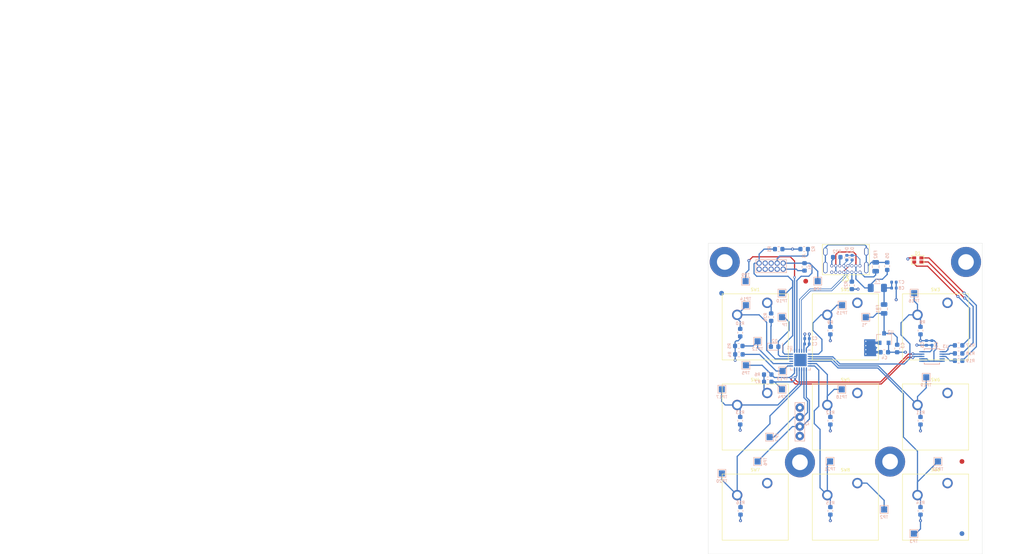
<source format=kicad_pcb>
(kicad_pcb (version 20171130) (host pcbnew "(5.1.6)-1")
  (title_block (title MACRO9PAD) (date 2020-09-02) (rev A1) (company "Littell Technologies"))
  (layers (0 F.Cu signal hide) (1 VCC power hide) (2 GND power hide) (31 B.Cu signal) (34 B.Paste user) (35 F.Paste user) (36 B.SilkS user) (37 F.SilkS user) (38 B.Mask user) (39 F.Mask user) (44 Edge.Cuts user))
  (net 0 "")
  (net 1 GND)
  (net 2 +3V3)
  (net 3 "Net-(C7-Pad1)")
  (net 4 "Net-(D1-Pad3)")
  (net 5 "Net-(D1-Pad4)")
  (net 6 "Net-(D1-Pad2)")
  (net 7 "Net-(D2-Pad1)")
  (net 8 ONBOARD_LED)
  (net 9 USB_DN)
  (net 10 USB_DP)
  (net 11 "Net-(D5-Pad1)")
  (net 12 "Net-(D5-Pad2)")
  (net 13 VBus)
  (net 14 SWRST)
  (net 15 "Net-(J1-Pad8)")
  (net 16 "Net-(J1-Pad7)")
  (net 17 "Net-(J1-Pad6)")
  (net 18 SWCLK)
  (net 19 SWDIO)
  (net 20 UART_RX)
  (net 21 UART_TX)
  (net 22 "Net-(J3-PadB8)")
  (net 23 "Net-(J3-PadB5)")
  (net 24 "Net-(J3-PadA8)")
  (net 25 "Net-(J3-PadA5)")
  (net 26 TEST_IO2)
  (net 27 TEST_IO1)
  (net 28 I2C_SCL)
  (net 29 I2C_SDA)
  (net 30 BUTTON3)
  (net 31 BUTTON2)
  (net 32 BUTTON1)
  (net 33 BUTTON6)
  (net 34 BUTTON5)
  (net 35 BUTTON4)
  (net 36 BUTTON9)
  (net 37 BUTTON8)
  (net 38 BUTTON7)
  (net 39 "Net-(R17-Pad1)")
  (net 40 "Net-(R18-Pad1)")
  (net 41 "Net-(R19-Pad2)")
  (net 42 "Net-(U3-Pad4)")
  (net 43 "Net-(U1-Pad15)")
  (module Zack_Mechanical:4-40_TypeF_MountingScrew (layer F.Cu) (at 232.25252 80.1624)
    (fp_text reference REF** hide)
    (fp_text value 4-40_TypeF_MountingScrew)
    (pad "" thru_hole circle (at 0 0) (size 6.35 6.35) (drill 3.3) (layers *.Cu *.Mask))
  )
  (module Zack_Mechanical:4-40_TypeF_MountingScrew (layer F.Cu) (at 216.2048 122.3518)
    (fp_text reference REF** hide)
    (fp_text value 4-40_TypeF_MountingScrew)
    (pad "" thru_hole circle (at 0 0) (size 6.35 6.35) (drill 3.3) (layers *.Cu *.Mask))
  )
  (module Zack_Mechanical:4-40_TypeF_MountingScrew (layer F.Cu) (at 197.1548 122.5042)
    (fp_text reference REF** hide)
    (fp_text value 4-40_TypeF_MountingScrew)
    (pad "" thru_hole circle (at 0 0) (size 6.35 6.35) (drill 3.3) (layers *.Cu *.Mask))
  )
  (module Fiducial:Fiducial_1mm_Mask3mm (layer F.Cu) (at 198.374 84.2264)
    (fp_text reference REF** hide)
    (fp_text value Fiducial_1mm_Mask3mm)
    (pad "" smd circle (at 0 0) (size 1 1) (layers F.Cu F.Mask) (clearance 1))
  )
  (module Fiducial:Fiducial_1mm_Mask3mm (layer B.Cu) (at 180.594 86.7664)
    (fp_text reference REF** hide)
    (fp_text value Fiducial_1mm_Mask3mm)
    (pad "" smd circle (at 0 0) (size 1 1) (layers B.Cu B.Mask) (clearance 1))
  )
  (module Fiducial:Fiducial_1mm_Mask3mm (layer B.Cu) (at 231.394 137.5664)
    (fp_text reference REF** hide)
    (fp_text value Fiducial_1mm_Mask3mm)
    (pad "" smd circle (at 0 0) (size 1 1) (layers B.Cu B.Mask) (clearance 1))
  )
  (module Fiducial:Fiducial_1mm_Mask3mm (layer F.Cu) (at 231.394 122.3264)
    (fp_text reference REF** hide)
    (fp_text value Fiducial_1mm_Mask3mm)
    (pad "" smd circle (at 0 0) (size 1 1) (layers F.Cu F.Mask) (clearance 1))
  )
  (module Zack_Connectors:TESTPOINT_50MILSQ (layer B.Cu) (at 193.294 86.7664)
    (fp_text reference TP10 (at 0.0381 1.6129) (layer B.SilkS) (effects (font (size 0.635 0.635) (thickness 0.1016)) (justify mirror)))
    (fp_text value TESTPOINT_50MILSQ hide)
    (pad 1 smd rect (at 0.0635 -0.0127) (size 1.27 1.27) (layers B.Cu B.Paste B.Mask) (net 14 SWRST))
  )
  (module Zack_Connectors:TESTPOINT_50MILSQ (layer B.Cu) (at 226.2505 122.3391)
    (fp_text reference TP22 (at 0.0381 1.6129) (layer B.SilkS) (effects (font (size 0.635 0.635) (thickness 0.1016)) (justify mirror)))
    (fp_text value TESTPOINT_50MILSQ hide)
    (pad 1 smd rect (at 0.0635 -0.0127) (size 1.27 1.27) (layers B.Cu B.Paste B.Mask) (net 36 BUTTON9))
  )
  (module Zack_Connectors:TESTPOINT_50MILSQ (layer B.Cu) (at 203.454 122.3264)
    (fp_text reference TP21 (at 0.0381 1.6129) (layer B.SilkS) (effects (font (size 0.635 0.635) (thickness 0.1016)) (justify mirror)))
    (fp_text value TESTPOINT_50MILSQ hide)
    (pad 1 smd rect (at 0.0635 -0.0127) (size 1.27 1.27) (layers B.Cu B.Paste B.Mask) (net 37 BUTTON8))
  )
  (module Zack_Connectors:TESTPOINT_50MILSQ (layer B.Cu) (at 180.594 124.8664)
    (fp_text reference TP20 (at 0.0381 1.6129) (layer B.SilkS) (effects (font (size 0.635 0.635) (thickness 0.1016)) (justify mirror)))
    (fp_text value TESTPOINT_50MILSQ hide)
    (pad 1 smd rect (at 0.0635 -0.0127) (size 1.27 1.27) (layers B.Cu B.Paste B.Mask) (net 38 BUTTON7))
  )
  (module Zack_Connectors:TESTPOINT_50MILSQ (layer B.Cu) (at 223.774 104.5464)
    (fp_text reference TP19 (at 0.0381 1.6129) (layer B.SilkS) (effects (font (size 0.635 0.635) (thickness 0.1016)) (justify mirror)))
    (fp_text value TESTPOINT_50MILSQ hide)
    (pad 1 smd rect (at 0.0635 -0.0127) (size 1.27 1.27) (layers B.Cu B.Paste B.Mask) (net 33 BUTTON6))
  )
  (module Zack_Connectors:TESTPOINT_50MILSQ (layer B.Cu) (at 205.9305 107.0991)
    (fp_text reference TP18 (at 0.0381 1.6129) (layer B.SilkS) (effects (font (size 0.635 0.635) (thickness 0.1016)) (justify mirror)))
    (fp_text value TESTPOINT_50MILSQ hide)
    (pad 1 smd rect (at 0.0635 -0.0127) (size 1.27 1.27) (layers B.Cu B.Paste B.Mask) (net 34 BUTTON5))
  )
  (module Zack_Connectors:TESTPOINT_50MILSQ (layer B.Cu) (at 180.594 107.0864)
    (fp_text reference TP17 (at 0.0381 1.6129) (layer B.SilkS) (effects (font (size 0.635 0.635) (thickness 0.1016)) (justify mirror)))
    (fp_text value TESTPOINT_50MILSQ hide)
    (pad 1 smd rect (at 0.0635 -0.0127) (size 1.27 1.27) (layers B.Cu B.Paste B.Mask) (net 35 BUTTON4))
  )
  (module Zack_Connectors:TESTPOINT_50MILSQ (layer B.Cu) (at 221.234 86.7664)
    (fp_text reference TP16 (at 0.0381 1.6129) (layer B.SilkS) (effects (font (size 0.635 0.635) (thickness 0.1016)) (justify mirror)))
    (fp_text value TESTPOINT_50MILSQ hide)
    (pad 1 smd rect (at 0.0635 -0.0127) (size 1.27 1.27) (layers B.Cu B.Paste B.Mask) (net 30 BUTTON3))
  )
  (module Zack_Connectors:TESTPOINT_50MILSQ (layer B.Cu) (at 205.994 89.3064)
    (fp_text reference TP15 (at 0.0381 1.6129) (layer B.SilkS) (effects (font (size 0.635 0.635) (thickness 0.1016)) (justify mirror)))
    (fp_text value TESTPOINT_50MILSQ hide)
    (pad 1 smd rect (at 0.0635 -0.0127) (size 1.27 1.27) (layers B.Cu B.Paste B.Mask) (net 31 BUTTON2))
  )
  (module Zack_Connectors:TESTPOINT_50MILSQ (layer B.Cu) (at 185.674 89.3064)
    (fp_text reference TP14 (at 0 -1.3208) (layer B.SilkS) (effects (font (size 0.635 0.635) (thickness 0.1016)) (justify mirror)))
    (fp_text value TESTPOINT_50MILSQ hide)
    (pad 1 smd rect (at 0.0635 -0.0127) (size 1.27 1.27) (layers B.Cu B.Paste B.Mask) (net 32 BUTTON1))
  )
  (module Zack_Connectors:TESTPOINT_50MILSQ (layer B.Cu) (at 193.421 103.2256)
    (fp_text reference TP13 (at 0.0381 1.6129) (layer B.SilkS) (effects (font (size 0.635 0.635) (thickness 0.1016)) (justify mirror)))
    (fp_text value TESTPOINT_50MILSQ hide)
    (pad 1 smd rect (at 0.0635 -0.0127) (size 1.27 1.27) (layers B.Cu B.Paste B.Mask) (net 26 TEST_IO2))
  )
  (module Zack_Connectors:TESTPOINT_50MILSQ (layer B.Cu) (at 188.1505 96.9391)
    (fp_text reference TP12 (at 0.0381 1.6129) (layer B.SilkS) (effects (font (size 0.635 0.635) (thickness 0.1016)) (justify mirror)))
    (fp_text value TESTPOINT_50MILSQ hide)
    (pad 1 smd rect (at 0.0635 -0.0127) (size 1.27 1.27) (layers B.Cu B.Paste B.Mask) (net 27 TEST_IO1))
  )
  (module Zack_Connectors:TESTPOINT_50MILSQ (layer B.Cu) (at 193.294 91.8464)
    (fp_text reference TP11 (at 0.0381 1.6129) (layer B.SilkS) (effects (font (size 0.635 0.635) (thickness 0.1016)) (justify mirror)))
    (fp_text value TESTPOINT_50MILSQ hide)
    (pad 1 smd rect (at 0.0635 -0.0127) (size 1.27 1.27) (layers B.Cu B.Paste B.Mask) (net 8 ONBOARD_LED))
  )
  (module Zack_Connectors:TESTPOINT_50MILSQ (layer B.Cu) (at 185.6105 84.2391)
    (fp_text reference TP9 (at 0.0635 -1.3081) (layer B.SilkS) (effects (font (size 0.635 0.635) (thickness 0.1016)) (justify mirror)))
    (fp_text value TESTPOINT_50MILSQ hide)
    (pad 1 smd rect (at 0.0635 -0.0127) (size 1.27 1.27) (layers B.Cu B.Paste B.Mask) (net 18 SWCLK))
  )
  (module Zack_Connectors:TESTPOINT_50MILSQ (layer B.Cu) (at 200.8505 84.2391)
    (fp_text reference TP8 (at 0.0381 1.6129) (layer B.SilkS) (effects (font (size 0.635 0.635) (thickness 0.1016)) (justify mirror)))
    (fp_text value TESTPOINT_50MILSQ hide)
    (pad 1 smd rect (at 0.0635 -0.0127) (size 1.27 1.27) (layers B.Cu B.Paste B.Mask) (net 19 SWDIO))
  )
  (module Zack_Connectors:TESTPOINT_50MILSQ (layer B.Cu) (at 190.754 117.2464 90)
    (fp_text reference TP7 (at 0.0381 1.6129 90) (layer B.SilkS) (effects (font (size 0.635 0.635) (thickness 0.1016)) (justify mirror)))
    (fp_text value TESTPOINT_50MILSQ hide)
    (pad 1 smd rect (at 0.0635 -0.0127 90) (size 1.27 1.27) (layers B.Cu B.Paste B.Mask) (net 20 UART_RX))
  )
  (module Zack_Connectors:TESTPOINT_50MILSQ (layer B.Cu) (at 188.2267 122.3899 90)
    (fp_text reference TP6 (at 0.0381 1.6129 90) (layer B.SilkS) (effects (font (size 0.635 0.635) (thickness 0.1016)) (justify mirror)))
    (fp_text value TESTPOINT_50MILSQ hide)
    (pad 1 smd rect (at 0.0635 -0.0127 90) (size 1.27 1.27) (layers B.Cu B.Paste B.Mask) (net 21 UART_TX))
  )
  (module Zack_Connectors:TESTPOINT_50MILSQ (layer B.Cu) (at 185.674 102.0064)
    (fp_text reference TP5 (at 0.0381 1.6129) (layer B.SilkS) (effects (font (size 0.635 0.635) (thickness 0.1016)) (justify mirror)))
    (fp_text value TESTPOINT_50MILSQ hide)
    (pad 1 smd rect (at 0.0635 -0.0127) (size 1.27 1.27) (layers B.Cu B.Paste B.Mask) (net 28 I2C_SCL))
  )
  (module Zack_Connectors:TESTPOINT_50MILSQ (layer B.Cu) (at 193.294 107.0864)
    (fp_text reference TP4 (at 0.0381 1.6129) (layer B.SilkS) (effects (font (size 0.635 0.635) (thickness 0.1016)) (justify mirror)))
    (fp_text value TESTPOINT_50MILSQ hide)
    (pad 1 smd rect (at 0.0635 -0.0127) (size 1.27 1.27) (layers B.Cu B.Paste B.Mask) (net 29 I2C_SDA))
  )
  (module Zack_Connectors:TESTPOINT_50MILSQ (layer B.Cu) (at 221.1705 137.5791)
    (fp_text reference TP3 (at 0.0381 1.6129) (layer B.SilkS) (effects (font (size 0.635 0.635) (thickness 0.1016)) (justify mirror)))
    (fp_text value TESTPOINT_50MILSQ hide)
    (pad 1 smd rect (at 0.0635 -0.0127) (size 1.27 1.27) (layers B.Cu B.Paste B.Mask) (net 1 GND))
  )
  (module Zack_Connectors:TESTPOINT_50MILSQ (layer B.Cu) (at 214.884 132.4864)
    (fp_text reference TP2 (at 0.0381 1.6129) (layer B.SilkS) (effects (font (size 0.635 0.635) (thickness 0.1016)) (justify mirror)))
    (fp_text value TESTPOINT_50MILSQ hide)
    (pad 1 smd rect (at 0.0635 -0.0127) (size 1.27 1.27) (layers B.Cu B.Paste B.Mask) (net 2 +3V3))
  )
  (module Zack_Connectors:TESTPOINT_50MILSQ (layer B.Cu) (at 211.0105 91.8591)
    (fp_text reference TP1 (at 0.0381 1.6129) (layer B.SilkS) (effects (font (size 0.635 0.635) (thickness 0.1016)) (justify mirror)))
    (fp_text value TESTPOINT_50MILSQ hide)
    (pad 1 smd rect (at 0.0635 -0.0127) (size 1.27 1.27) (layers B.Cu B.Paste B.Mask) (net 13 VBus))
  )
  (module Zack_Connectors:USB4085-GF-A (layer F.Cu) (at 206.8576 80.9752 180)
    (fp_text reference J3 (at 0.127 -2.7432 180) (layer F.SilkS))
    (fp_text value USB4085-GF-A)
    (pad C3 thru_hole oval (at 4.325 3.01 180) (size 0.9 1.7) (drill oval 0.6 1.4) (layers *.Cu *.Mask) (net 12 "Net-(D5-Pad2)"))
    (pad C4 thru_hole oval (at 4.325 -0.37 270) (size 2.4 0.9) (drill oval 2.1 0.6) (layers *.Cu *.Mask) (net 12 "Net-(D5-Pad2)"))
    (pad C2 thru_hole oval (at -4.325 3.01 180) (size 0.9 1.7) (drill oval 0.6 1.4) (layers *.Cu *.Mask) (net 12 "Net-(D5-Pad2)"))
    (pad C1 thru_hole oval (at -4.325 -0.37 270) (size 2.4 0.9) (drill oval 2.1 0.6) (layers *.Cu *.Mask) (net 12 "Net-(D5-Pad2)"))
    (pad B6 thru_hole circle (at 0.425 0 180) (size 0.65 0.65) (drill 0.4) (layers *.Cu *.Mask) (net 10 USB_DP))
    (pad B1 thru_hole circle (at 2.975 0 180) (size 0.65 0.65) (drill 0.4) (layers *.Cu *.Mask) (net 1 GND))
    (pad B4 thru_hole circle (at 2.125 0 180) (size 0.65 0.65) (drill 0.4) (layers *.Cu *.Mask) (net 11 "Net-(D5-Pad1)"))
    (pad B7 thru_hole circle (at -0.425 0 180) (size 0.65 0.65) (drill 0.4) (layers *.Cu *.Mask) (net 9 USB_DN))
    (pad B8 thru_hole circle (at -1.275 0 180) (size 0.65 0.65) (drill 0.4) (layers *.Cu *.Mask) (net 22 "Net-(J3-PadB8)"))
    (pad B9 thru_hole circle (at -2.125 0 180) (size 0.65 0.65) (drill 0.4) (layers *.Cu *.Mask) (net 11 "Net-(D5-Pad1)"))
    (pad B12 thru_hole circle (at -2.975 0 180) (size 0.65 0.65) (drill 0.4) (layers *.Cu *.Mask) (net 1 GND))
    (pad B5 thru_hole circle (at 1.275 0 180) (size 0.65 0.65) (drill 0.4) (layers *.Cu *.Mask) (net 23 "Net-(J3-PadB5)"))
    (pad A12 thru_hole circle (at 2.975 -1.35 180) (size 0.65 0.65) (drill 0.4) (layers *.Cu *.Mask) (net 1 GND))
    (pad A9 thru_hole circle (at 2.125 -1.35 180) (size 0.65 0.65) (drill 0.4) (layers *.Cu *.Mask) (net 11 "Net-(D5-Pad1)"))
    (pad A8 thru_hole circle (at 1.275 -1.35 180) (size 0.65 0.65) (drill 0.4) (layers *.Cu *.Mask) (net 24 "Net-(J3-PadA8)"))
    (pad A7 thru_hole circle (at 0.425 -1.35 180) (size 0.65 0.65) (drill 0.4) (layers *.Cu *.Mask) (net 9 USB_DN))
    (pad A6 thru_hole circle (at -0.425 -1.35 180) (size 0.65 0.65) (drill 0.4) (layers *.Cu *.Mask) (net 10 USB_DP))
    (pad A5 thru_hole circle (at -1.275 -1.35 180) (size 0.65 0.65) (drill 0.4) (layers *.Cu *.Mask) (net 25 "Net-(J3-PadA5)"))
    (pad A4 thru_hole circle (at -2.125 -1.35 180) (size 0.65 0.65) (drill 0.4) (layers *.Cu *.Mask) (net 11 "Net-(D5-Pad1)"))
    (pad A1 thru_hole circle (at -2.975 -1.35 180) (size 0.65 0.65) (drill 0.4) (layers *.Cu *.Mask) (net 1 GND))
  )
  (module Zack_Fuses:Fuse_1206_3216Metric (layer B.Cu) (at 213.5124 85.6488 180)
    (fp_text reference F1 (at 0 1.5621) (layer B.SilkS) (effects (font (size 0.635 0.635) (thickness 0.1016)) (justify mirror)))
    (fp_text value 1206L020YR)
    (pad 2 smd roundrect (at 1.4 0 180) (size 1.25 1.75) (layers B.Cu B.Paste B.Mask) (roundrect_rratio 0.2) (net 11 "Net-(D5-Pad1)"))
    (pad 1 smd roundrect (at -1.4 0 180) (size 1.25 1.75) (layers B.Cu B.Paste B.Mask) (roundrect_rratio 0.2) (net 3 "Net-(C7-Pad1)"))
  )
  (module Zack_Mechanical:4-40_TypeF_MountingScrew (layer F.Cu) (at 181.25948 80.16748)
    (fp_text reference REF** hide)
    (fp_text value 4-40_TypeF_MountingScrew)
    (pad "" thru_hole circle (at 0 0) (size 6.35 6.35) (drill 3.3) (layers *.Cu *.Mask))
  )
  (module Package_SO:TSSOP-10_3x3mm_P0.5mm (layer B.Cu) (at 225.053 100.1362 180)
    (fp_text reference U3 (at -2.9247 2.1176) (layer B.SilkS) (effects (font (size 0.635 0.635) (thickness 0.1016)) (justify mirror)))
    (fp_text value PCA9632DP2)
    (pad 10 smd rect (at 2.15 1 180) (size 1.1 0.25) (layers B.Cu B.Paste B.Mask) (net 2 +3V3))
    (pad 9 smd rect (at 2.15 0.5 180) (size 1.1 0.25) (layers B.Cu B.Paste B.Mask) (net 29 I2C_SDA))
    (pad 8 smd rect (at 2.15 0 180) (size 1.1 0.25) (layers B.Cu B.Paste B.Mask) (net 28 I2C_SCL))
    (pad 7 smd rect (at 2.15 -0.5 180) (size 1.1 0.25) (layers B.Cu B.Paste B.Mask) (net 1 GND))
    (pad 6 smd rect (at 2.15 -1 180) (size 1.1 0.25) (layers B.Cu B.Paste B.Mask) (net 1 GND))
    (pad 5 smd rect (at -2.15 -1 180) (size 1.1 0.25) (layers B.Cu B.Paste B.Mask) (net 1 GND))
    (pad 4 smd rect (at -2.15 -0.5 180) (size 1.1 0.25) (layers B.Cu B.Paste B.Mask) (net 42 "Net-(U3-Pad4)"))
    (pad 3 smd rect (at -2.15 0 180) (size 1.1 0.25) (layers B.Cu B.Paste B.Mask) (net 41 "Net-(R19-Pad2)"))
    (pad 2 smd rect (at -2.15 0.5 180) (size 1.1 0.25) (layers B.Cu B.Paste B.Mask) (net 40 "Net-(R18-Pad1)"))
    (pad 1 smd rect (at -2.15 1 180) (size 1.1 0.25) (layers B.Cu B.Paste B.Mask) (net 39 "Net-(R17-Pad1)"))
  )
  (module Package_TO_SOT_SMD:SOT-23 (layer B.Cu) (at 214.9348 96.25 90)
    (fp_text reference U2 (at 1.2794 1.3843 180) (layer B.SilkS) (effects (font (size 0.635 0.635) (thickness 0.1016)) (justify mirror)))
    (fp_text value MCP1700T-3302E-TT)
    (pad 3 smd rect (at 1 0 90) (size 0.9 0.8) (layers B.Cu B.Paste B.Mask) (net 13 VBus))
    (pad 2 smd rect (at -1 -0.95 90) (size 0.9 0.8) (layers B.Cu B.Paste B.Mask) (net 2 +3V3))
    (pad 1 smd rect (at -1 0.95 90) (size 0.9 0.8) (layers B.Cu B.Paste B.Mask) (net 1 GND))
  )
  (module Package_DFN_QFN:QFN-24-1EP_4x4mm_P0.5mm_EP2.6x2.6mm (layer B.Cu) (at 197.2564 100.8888 180)
    (fp_text reference U1 (at 2.286 2.6289) (layer B.SilkS) (effects (font (size 0.635 0.635) (thickness 0.1016)) (justify mirror)))
    (fp_text value ATSAMD11D14A-MUT)
    (pad 25 smd rect (at 0 0 180) (size 2.6 2.6) (layers B.Cu B.Mask))
    (pad 24 smd roundrect (at -1.25 1.9375 180) (size 0.25 0.825) (layers B.Cu B.Paste B.Mask) (net 2 +3V3))
    (pad 23 smd roundrect (at -0.75 1.9375 180) (size 0.25 0.825) (layers B.Cu B.Paste B.Mask) (net 1 GND))
    (pad 22 smd roundrect (at -0.25 1.9375 180) (size 0.25 0.825) (layers B.Cu B.Paste B.Mask) (net 10 USB_DP))
    (pad 21 smd roundrect (at 0.25 1.9375 180) (size 0.25 0.825) (layers B.Cu B.Paste B.Mask) (net 9 USB_DN))
    (pad 20 smd roundrect (at 0.75 1.9375 180) (size 0.25 0.825) (layers B.Cu B.Paste B.Mask) (net 19 SWDIO))
    (pad 19 smd roundrect (at 1.25 1.9375 180) (size 0.25 0.825) (layers B.Cu B.Paste B.Mask) (net 18 SWCLK))
    (pad 18 smd roundrect (at 1.9375 1.25 180) (size 0.825 0.25) (layers B.Cu B.Paste B.Mask) (net 14 SWRST))
    (pad 17 smd roundrect (at 1.9375 0.75 180) (size 0.825 0.25) (layers B.Cu B.Paste B.Mask) (net 8 ONBOARD_LED))
    (pad 16 smd roundrect (at 1.9375 0.25 180) (size 0.825 0.25) (layers B.Cu B.Paste B.Mask) (net 32 BUTTON1))
    (pad 15 smd roundrect (at 1.9375 -0.25 180) (size 0.825 0.25) (layers B.Cu B.Paste B.Mask) (net 43 "Net-(U1-Pad15)"))
    (pad 14 smd roundrect (at 1.9375 -0.75 180) (size 0.825 0.25) (layers B.Cu B.Paste B.Mask) (net 27 TEST_IO1))
    (pad 13 smd roundrect (at 1.9375 -1.25 180) (size 0.825 0.25) (layers B.Cu B.Paste B.Mask) (net 26 TEST_IO2))
    (pad 12 smd roundrect (at 1.25 -1.9375 180) (size 0.25 0.825) (layers B.Cu B.Paste B.Mask) (net 28 I2C_SCL))
    (pad 11 smd roundrect (at 0.75 -1.9375 180) (size 0.25 0.825) (layers B.Cu B.Paste B.Mask) (net 29 I2C_SDA))
    (pad 10 smd roundrect (at 0.25 -1.9375 180) (size 0.25 0.825) (layers B.Cu B.Paste B.Mask) (net 35 BUTTON4))
    (pad 9 smd roundrect (at -0.25 -1.9375 180) (size 0.25 0.825) (layers B.Cu B.Paste B.Mask) (net 38 BUTTON7))
    (pad 8 smd roundrect (at -0.75 -1.9375 180) (size 0.25 0.825) (layers B.Cu B.Paste B.Mask) (net 20 UART_RX))
    (pad 7 smd roundrect (at -1.25 -1.9375 180) (size 0.25 0.825) (layers B.Cu B.Paste B.Mask) (net 21 UART_TX))
    (pad 6 smd roundrect (at -1.9375 -1.25 180) (size 0.825 0.25) (layers B.Cu B.Paste B.Mask) (net 37 BUTTON8))
    (pad 5 smd roundrect (at -1.9375 -0.75 180) (size 0.825 0.25) (layers B.Cu B.Paste B.Mask) (net 34 BUTTON5))
    (pad 4 smd roundrect (at -1.9375 -0.25 180) (size 0.825 0.25) (layers B.Cu B.Paste B.Mask) (net 36 BUTTON9))
    (pad 3 smd roundrect (at -1.9375 0.25 180) (size 0.825 0.25) (layers B.Cu B.Paste B.Mask) (net 33 BUTTON6))
    (pad 2 smd roundrect (at -1.9375 0.75 180) (size 0.825 0.25) (layers B.Cu B.Paste B.Mask) (net 30 BUTTON3))
    (pad 1 smd roundrect (at -1.9375 1.25 180) (size 0.825 0.25) (layers B.Cu B.Paste B.Mask) (net 31 BUTTON2))
  )
  (module Button_Switch_Keyboard:SW_Cherry_MX_1.00u_PCB (layer F.Cu) (at 228.346 126.8984)
    (fp_text reference SW9 (at -2.54 -2.794) (layer F.SilkS) (effects (font (size 0.635 0.635) (thickness 0.1016))))
    (fp_text value CherryMX_WithPCBPins)
    (pad "" np_thru_hole circle (at 2.54 5.08) (size 1.7 1.7) (drill 1.7) (layers *.Cu *.Mask))
    (pad "" np_thru_hole circle (at -7.62 5.08) (size 1.7 1.7) (drill 1.7) (layers *.Cu *.Mask))
    (pad "" np_thru_hole circle (at -2.54 5.08) (size 4 4) (drill 4) (layers *.Cu *.Mask))
    (pad 2 thru_hole circle (at -6.35 2.54) (size 2.2 2.2) (drill 1.5) (layers *.Cu *.Mask) (net 36 BUTTON9))
    (pad 1 thru_hole circle (at 0 0) (size 2.2 2.2) (drill 1.5) (layers *.Cu *.Mask) (net 2 +3V3))
  )
  (module Button_Switch_Keyboard:SW_Cherry_MX_1.00u_PCB (layer F.Cu) (at 209.296 126.8984)
    (fp_text reference SW8 (at -2.54 -2.794) (layer F.SilkS) (effects (font (size 0.635 0.635) (thickness 0.1016))))
    (fp_text value CherryMX_WithPCBPins)
    (pad "" np_thru_hole circle (at 2.54 5.08) (size 1.7 1.7) (drill 1.7) (layers *.Cu *.Mask))
    (pad "" np_thru_hole circle (at -7.62 5.08) (size 1.7 1.7) (drill 1.7) (layers *.Cu *.Mask))
    (pad "" np_thru_hole circle (at -2.54 5.08) (size 4 4) (drill 4) (layers *.Cu *.Mask))
    (pad 2 thru_hole circle (at -6.35 2.54) (size 2.2 2.2) (drill 1.5) (layers *.Cu *.Mask) (net 37 BUTTON8))
    (pad 1 thru_hole circle (at 0 0) (size 2.2 2.2) (drill 1.5) (layers *.Cu *.Mask) (net 2 +3V3))
  )
  (module Button_Switch_Keyboard:SW_Cherry_MX_1.00u_PCB (layer F.Cu) (at 190.246 126.8984)
    (fp_text reference SW7 (at -2.54 -2.794) (layer F.SilkS) (effects (font (size 0.635 0.635) (thickness 0.1016))))
    (fp_text value CherryMX_WithPCBPins)
    (pad "" np_thru_hole circle (at 2.54 5.08) (size 1.7 1.7) (drill 1.7) (layers *.Cu *.Mask))
    (pad "" np_thru_hole circle (at -7.62 5.08) (size 1.7 1.7) (drill 1.7) (layers *.Cu *.Mask))
    (pad "" np_thru_hole circle (at -2.54 5.08) (size 4 4) (drill 4) (layers *.Cu *.Mask))
    (pad 2 thru_hole circle (at -6.35 2.54) (size 2.2 2.2) (drill 1.5) (layers *.Cu *.Mask) (net 38 BUTTON7))
    (pad 1 thru_hole circle (at 0 0) (size 2.2 2.2) (drill 1.5) (layers *.Cu *.Mask) (net 2 +3V3))
  )
  (module Button_Switch_Keyboard:SW_Cherry_MX_1.00u_PCB (layer F.Cu) (at 228.346 107.8484)
    (fp_text reference SW6 (at -2.54 -2.794) (layer F.SilkS) (effects (font (size 0.635 0.635) (thickness 0.1016))))
    (fp_text value CherryMX_WithPCBPins)
    (pad "" np_thru_hole circle (at 2.54 5.08) (size 1.7 1.7) (drill 1.7) (layers *.Cu *.Mask))
    (pad "" np_thru_hole circle (at -7.62 5.08) (size 1.7 1.7) (drill 1.7) (layers *.Cu *.Mask))
    (pad "" np_thru_hole circle (at -2.54 5.08) (size 4 4) (drill 4) (layers *.Cu *.Mask))
    (pad 2 thru_hole circle (at -6.35 2.54) (size 2.2 2.2) (drill 1.5) (layers *.Cu *.Mask) (net 33 BUTTON6))
    (pad 1 thru_hole circle (at 0 0) (size 2.2 2.2) (drill 1.5) (layers *.Cu *.Mask) (net 2 +3V3))
  )
  (module Button_Switch_Keyboard:SW_Cherry_MX_1.00u_PCB (layer F.Cu) (at 209.296 107.8484)
    (fp_text reference SW5 (at -2.54 -2.794) (layer F.SilkS) (effects (font (size 0.635 0.635) (thickness 0.1016))))
    (fp_text value CherryMX_WithPCBPins)
    (pad "" np_thru_hole circle (at 2.54 5.08) (size 1.7 1.7) (drill 1.7) (layers *.Cu *.Mask))
    (pad "" np_thru_hole circle (at -7.62 5.08) (size 1.7 1.7) (drill 1.7) (layers *.Cu *.Mask))
    (pad "" np_thru_hole circle (at -2.54 5.08) (size 4 4) (drill 4) (layers *.Cu *.Mask))
    (pad 2 thru_hole circle (at -6.35 2.54) (size 2.2 2.2) (drill 1.5) (layers *.Cu *.Mask) (net 34 BUTTON5))
    (pad 1 thru_hole circle (at 0 0) (size 2.2 2.2) (drill 1.5) (layers *.Cu *.Mask) (net 2 +3V3))
  )
  (module Button_Switch_Keyboard:SW_Cherry_MX_1.00u_PCB (layer F.Cu) (at 190.246 107.8484)
    (fp_text reference SW4 (at -2.54 -2.794) (layer F.SilkS) (effects (font (size 0.635 0.635) (thickness 0.1016))))
    (fp_text value CherryMX_WithPCBPins)
    (pad "" np_thru_hole circle (at 2.54 5.08) (size 1.7 1.7) (drill 1.7) (layers *.Cu *.Mask))
    (pad "" np_thru_hole circle (at -7.62 5.08) (size 1.7 1.7) (drill 1.7) (layers *.Cu *.Mask))
    (pad "" np_thru_hole circle (at -2.54 5.08) (size 4 4) (drill 4) (layers *.Cu *.Mask))
    (pad 2 thru_hole circle (at -6.35 2.54) (size 2.2 2.2) (drill 1.5) (layers *.Cu *.Mask) (net 35 BUTTON4))
    (pad 1 thru_hole circle (at 0 0) (size 2.2 2.2) (drill 1.5) (layers *.Cu *.Mask) (net 2 +3V3))
  )
  (module Button_Switch_Keyboard:SW_Cherry_MX_1.00u_PCB (layer F.Cu) (at 228.346 88.7984)
    (fp_text reference SW3 (at -2.54 -2.794) (layer F.SilkS) (effects (font (size 0.635 0.635) (thickness 0.1016))))
    (fp_text value CherryMX_WithPCBPins)
    (pad "" np_thru_hole circle (at 2.54 5.08) (size 1.7 1.7) (drill 1.7) (layers *.Cu *.Mask))
    (pad "" np_thru_hole circle (at -7.62 5.08) (size 1.7 1.7) (drill 1.7) (layers *.Cu *.Mask))
    (pad "" np_thru_hole circle (at -2.54 5.08) (size 4 4) (drill 4) (layers *.Cu *.Mask))
    (pad 2 thru_hole circle (at -6.35 2.54) (size 2.2 2.2) (drill 1.5) (layers *.Cu *.Mask) (net 30 BUTTON3))
    (pad 1 thru_hole circle (at 0 0) (size 2.2 2.2) (drill 1.5) (layers *.Cu *.Mask) (net 2 +3V3))
  )
  (module Button_Switch_Keyboard:SW_Cherry_MX_1.00u_PCB (layer F.Cu) (at 209.296 88.7984)
    (fp_text reference SW2 (at -2.54 -2.794) (layer F.SilkS) (effects (font (size 0.635 0.635) (thickness 0.1016))))
    (fp_text value CherryMX_WithPCBPins)
    (pad "" np_thru_hole circle (at 2.54 5.08) (size 1.7 1.7) (drill 1.7) (layers *.Cu *.Mask))
    (pad "" np_thru_hole circle (at -7.62 5.08) (size 1.7 1.7) (drill 1.7) (layers *.Cu *.Mask))
    (pad "" np_thru_hole circle (at -2.54 5.08) (size 4 4) (drill 4) (layers *.Cu *.Mask))
    (pad 2 thru_hole circle (at -6.35 2.54) (size 2.2 2.2) (drill 1.5) (layers *.Cu *.Mask) (net 31 BUTTON2))
    (pad 1 thru_hole circle (at 0 0) (size 2.2 2.2) (drill 1.5) (layers *.Cu *.Mask) (net 2 +3V3))
  )
  (module Button_Switch_Keyboard:SW_Cherry_MX_1.00u_PCB (layer F.Cu) (at 190.246 88.7984)
    (fp_text reference SW1 (at -2.54 -2.794) (layer F.SilkS) (effects (font (size 0.635 0.635) (thickness 0.1016))))
    (fp_text value CherryMX_WithPCBPins)
    (pad "" np_thru_hole circle (at 2.54 5.08) (size 1.7 1.7) (drill 1.7) (layers *.Cu *.Mask))
    (pad "" np_thru_hole circle (at -7.62 5.08) (size 1.7 1.7) (drill 1.7) (layers *.Cu *.Mask))
    (pad "" np_thru_hole circle (at -2.54 5.08) (size 4 4) (drill 4) (layers *.Cu *.Mask))
    (pad 2 thru_hole circle (at -6.35 2.54) (size 2.2 2.2) (drill 1.5) (layers *.Cu *.Mask) (net 32 BUTTON1))
    (pad 1 thru_hole circle (at 0 0) (size 2.2 2.2) (drill 1.5) (layers *.Cu *.Mask) (net 2 +3V3))
  )
  (module Resistor_SMD:R_0603_1608Metric (layer B.Cu) (at 204.9272 79.1464 180)
    (fp_text reference R22 (at -0.06096 1.17094) (layer B.SilkS) (effects (font (size 0.635 0.635) (thickness 0.1016)) (justify mirror)))
    (fp_text value 5.1K)
    (pad 2 smd roundrect (at 0.7875 0 180) (size 0.875 0.95) (layers B.Cu B.Paste B.Mask) (net 1 GND))
    (pad 1 smd roundrect (at -0.7875 0 180) (size 0.875 0.95) (layers B.Cu B.Paste B.Mask) (net 23 "Net-(J3-PadB5)"))
  )
  (module Resistor_SMD:R_0603_1608Metric (layer B.Cu) (at 208.1276 85.1155 270)
    (fp_text reference R21 (at -0.0128 1.2446 90) (layer B.SilkS) (effects (font (size 0.635 0.635) (thickness 0.1016)) (justify mirror)))
    (fp_text value 5.1K)
    (pad 2 smd roundrect (at 0.7875 0 270) (size 0.875 0.95) (layers B.Cu B.Paste B.Mask) (net 1 GND))
    (pad 1 smd roundrect (at -0.7875 0 270) (size 0.875 0.95) (layers B.Cu B.Paste B.Mask) (net 25 "Net-(J3-PadA5)"))
  )
  (module Resistor_SMD:R_0603_1608Metric (layer B.Cu) (at 191.0715 91.8209 270)
    (fp_text reference R20 (at -0.00498 1.19888 90) (layer B.SilkS) (effects (font (size 0.635 0.635) (thickness 0.1016)) (justify mirror)))
    (fp_text value 180)
    (pad 2 smd roundrect (at 0.7875 0 270) (size 0.875 0.95) (layers B.Cu B.Paste B.Mask) (net 7 "Net-(D2-Pad1)"))
    (pad 1 smd roundrect (at -0.7875 0 270) (size 0.875 0.95) (layers B.Cu B.Paste B.Mask) (net 2 +3V3))
  )
  (module Resistor_SMD:R_0603_1608Metric (layer B.Cu) (at 230.6829 101.0412 180)
    (fp_text reference R19 (at -2.5145 0) (layer B.SilkS) (effects (font (size 0.635 0.635) (thickness 0.1016)) (justify mirror)))
    (fp_text value 75)
    (pad 2 smd roundrect (at 0.7875 0 180) (size 0.875 0.95) (layers B.Cu B.Paste B.Mask) (net 41 "Net-(R19-Pad2)"))
    (pad 1 smd roundrect (at -0.7875 0 180) (size 0.875 0.95) (layers B.Cu B.Paste B.Mask) (net 6 "Net-(D1-Pad2)"))
  )
  (module Resistor_SMD:R_0603_1608Metric (layer B.Cu) (at 230.6829 99.4918)
    (fp_text reference R18 (at 2.5145 0.0127 180) (layer B.SilkS) (effects (font (size 0.635 0.635) (thickness 0.1016)) (justify mirror)))
    (fp_text value 10)
    (pad 2 smd roundrect (at 0.7875 0) (size 0.875 0.95) (layers B.Cu B.Paste B.Mask) (net 5 "Net-(D1-Pad4)"))
    (pad 1 smd roundrect (at -0.7875 0) (size 0.875 0.95) (layers B.Cu B.Paste B.Mask) (net 40 "Net-(R18-Pad1)"))
  )
  (module Resistor_SMD:R_0603_1608Metric (layer B.Cu) (at 230.6829 97.79)
    (fp_text reference R17 (at 2.5145 0) (layer B.SilkS) (effects (font (size 0.635 0.635) (thickness 0.1016)) (justify mirror)))
    (fp_text value 10)
    (pad 2 smd roundrect (at 0.7875 0) (size 0.875 0.95) (layers B.Cu B.Paste B.Mask) (net 4 "Net-(D1-Pad3)"))
    (pad 1 smd roundrect (at -0.7875 0) (size 0.875 0.95) (layers B.Cu B.Paste B.Mask) (net 39 "Net-(R17-Pad1)"))
  )
  (module Resistor_SMD:R_0603_1608Metric (layer B.Cu) (at 184.5945 132.7659 270)
    (fp_text reference R16 (at -1.73492 0 180) (layer B.SilkS) (effects (font (size 0.635 0.635) (thickness 0.1016)) (justify mirror)))
    (fp_text value 100K)
    (pad 2 smd roundrect (at 0.7875 0 270) (size 0.875 0.95) (layers B.Cu B.Paste B.Mask) (net 1 GND))
    (pad 1 smd roundrect (at -0.7875 0 270) (size 0.875 0.95) (layers B.Cu B.Paste B.Mask) (net 38 BUTTON7))
  )
  (module Resistor_SMD:R_0603_1608Metric (layer B.Cu) (at 203.581 132.7659 270)
    (fp_text reference R15 (at -1.6892 -0.00508 180) (layer B.SilkS) (effects (font (size 0.635 0.635) (thickness 0.1016)) (justify mirror)))
    (fp_text value 100K)
    (pad 2 smd roundrect (at 0.7875 0 270) (size 0.875 0.95) (layers B.Cu B.Paste B.Mask) (net 1 GND))
    (pad 1 smd roundrect (at -0.7875 0 270) (size 0.875 0.95) (layers B.Cu B.Paste B.Mask) (net 37 BUTTON8))
  )
  (module Resistor_SMD:R_0603_1608Metric (layer B.Cu) (at 222.631 132.7659 270)
    (fp_text reference R14 (at -1.72222 0 180) (layer B.SilkS) (effects (font (size 0.635 0.635) (thickness 0.1016)) (justify mirror)))
    (fp_text value 100K)
    (pad 2 smd roundrect (at 0.7875 0 270) (size 0.875 0.95) (layers B.Cu B.Paste B.Mask) (net 1 GND))
    (pad 1 smd roundrect (at -0.7875 0 270) (size 0.875 0.95) (layers B.Cu B.Paste B.Mask) (net 36 BUTTON9))
  )
  (module Resistor_SMD:R_0603_1608Metric (layer B.Cu) (at 184.531 113.7159 270)
    (fp_text reference R13 (at -1.75016 0.00254 180) (layer B.SilkS) (effects (font (size 0.635 0.635) (thickness 0.1016)) (justify mirror)))
    (fp_text value 100K)
    (pad 2 smd roundrect (at 0.7875 0 270) (size 0.875 0.95) (layers B.Cu B.Paste B.Mask) (net 1 GND))
    (pad 1 smd roundrect (at -0.7875 0 270) (size 0.875 0.95) (layers B.Cu B.Paste B.Mask) (net 35 BUTTON4))
  )
  (module Resistor_SMD:R_0603_1608Metric (layer B.Cu) (at 203.581 113.7159 270)
    (fp_text reference R12 (at -1.7146 -0.00254 180) (layer B.SilkS) (effects (font (size 0.635 0.635) (thickness 0.1016)) (justify mirror)))
    (fp_text value 100K)
    (pad 2 smd roundrect (at 0.7875 0 270) (size 0.875 0.95) (layers B.Cu B.Paste B.Mask) (net 1 GND))
    (pad 1 smd roundrect (at -0.7875 0 270) (size 0.875 0.95) (layers B.Cu B.Paste B.Mask) (net 34 BUTTON5))
  )
  (module Resistor_SMD:R_0603_1608Metric (layer B.Cu) (at 222.631 113.7159 270)
    (fp_text reference R11 (at -1.7146 -0.0127 180) (layer B.SilkS) (effects (font (size 0.635 0.635) (thickness 0.1016)) (justify mirror)))
    (fp_text value 100K)
    (pad 2 smd roundrect (at 0.7875 0 270) (size 0.875 0.95) (layers B.Cu B.Paste B.Mask) (net 1 GND))
    (pad 1 smd roundrect (at -0.7875 0 270) (size 0.875 0.95) (layers B.Cu B.Paste B.Mask) (net 33 BUTTON6))
  )
  (module Resistor_SMD:R_0603_1608Metric (layer B.Cu) (at 184.531 95.0975 270)
    (fp_text reference R10 (at -1.943 0.0254 180) (layer B.SilkS) (effects (font (size 0.635 0.635) (thickness 0.1016)) (justify mirror)))
    (fp_text value 100K)
    (pad 2 smd roundrect (at 0.7875 0 270) (size 0.875 0.95) (layers B.Cu B.Paste B.Mask) (net 1 GND))
    (pad 1 smd roundrect (at -0.7875 0 270) (size 0.875 0.95) (layers B.Cu B.Paste B.Mask) (net 32 BUTTON1))
  )
  (module Resistor_SMD:R_0603_1608Metric (layer B.Cu) (at 203.581 94.6659 270)
    (fp_text reference R9 (at -1.72476 -0.00254 180) (layer B.SilkS) (effects (font (size 0.635 0.635) (thickness 0.1016)) (justify mirror)))
    (fp_text value 100K)
    (pad 2 smd roundrect (at 0.7875 0 270) (size 0.875 0.95) (layers B.Cu B.Paste B.Mask) (net 1 GND))
    (pad 1 smd roundrect (at -0.7875 0 270) (size 0.875 0.95) (layers B.Cu B.Paste B.Mask) (net 31 BUTTON2))
  )
  (module Resistor_SMD:R_0603_1608Metric (layer B.Cu) (at 222.631 94.6659 270)
    (fp_text reference R8 (at -1.7781 -0.4064 180) (layer B.SilkS) (effects (font (size 0.635 0.635) (thickness 0.1016)) (justify mirror)))
    (fp_text value 100K)
    (pad 2 smd roundrect (at 0.7875 0 270) (size 0.875 0.95) (layers B.Cu B.Paste B.Mask) (net 1 GND))
    (pad 1 smd roundrect (at -0.7875 0 270) (size 0.875 0.95) (layers B.Cu B.Paste B.Mask) (net 30 BUTTON3))
  )
  (module Resistor_SMD:R_0603_1608Metric (layer B.Cu) (at 190.3476 105.5116)
    (fp_text reference R7 (at -2.1082 0) (layer B.SilkS) (effects (font (size 0.635 0.635) (thickness 0.1016)) (justify mirror)))
    (fp_text value 1.5K)
    (pad 2 smd roundrect (at 0.7875 0) (size 0.875 0.95) (layers B.Cu B.Paste B.Mask) (net 29 I2C_SDA))
    (pad 1 smd roundrect (at -0.7875 0) (size 0.875 0.95) (layers B.Cu B.Paste B.Mask) (net 2 +3V3))
  )
  (module Resistor_SMD:R_0603_1608Metric (layer B.Cu) (at 190.3475 103.9622)
    (fp_text reference R6 (at -2.1843 0) (layer B.SilkS) (effects (font (size 0.635 0.635) (thickness 0.1016)) (justify mirror)))
    (fp_text value 1.5K)
    (pad 2 smd roundrect (at 0.7875 0) (size 0.875 0.95) (layers B.Cu B.Paste B.Mask) (net 28 I2C_SCL))
    (pad 1 smd roundrect (at -0.7875 0) (size 0.875 0.95) (layers B.Cu B.Paste B.Mask) (net 2 +3V3))
  )
  (module Resistor_SMD:R_0603_1608Metric (layer B.Cu) (at 184.2263 97.917 180)
    (fp_text reference R5 (at 1.9813 0 90) (layer B.SilkS) (effects (font (size 0.635 0.635) (thickness 0.1016)) (justify mirror)))
    (fp_text value 100K)
    (pad 2 smd roundrect (at 0.7875 0 180) (size 0.875 0.95) (layers B.Cu B.Paste B.Mask) (net 1 GND))
    (pad 1 smd roundrect (at -0.7875 0 180) (size 0.875 0.95) (layers B.Cu B.Paste B.Mask) (net 27 TEST_IO1))
  )
  (module Resistor_SMD:R_0603_1608Metric (layer B.Cu) (at 184.2517 99.695 180)
    (fp_text reference R4 (at 1.9176 -0.0127 90) (layer B.SilkS) (effects (font (size 0.635 0.635) (thickness 0.1016)) (justify mirror)))
    (fp_text value 100K)
    (pad 2 smd roundrect (at 0.7875 0 180) (size 0.875 0.95) (layers B.Cu B.Paste B.Mask) (net 1 GND))
    (pad 1 smd roundrect (at -0.7875 0 180) (size 0.875 0.95) (layers B.Cu B.Paste B.Mask) (net 26 TEST_IO2))
  )
  (module Resistor_SMD:R_0603_1608Metric (layer B.Cu) (at 192.659 77.4446 180)
    (fp_text reference R3 (at 1.943 0.0127 90) (layer B.SilkS) (effects (font (size 0.635 0.635) (thickness 0.1016)) (justify mirror)))
    (fp_text value 100K)
    (pad 2 smd roundrect (at 0.7875 0 180) (size 0.875 0.95) (layers B.Cu B.Paste B.Mask) (net 14 SWRST))
    (pad 1 smd roundrect (at -0.7875 0 180) (size 0.875 0.95) (layers B.Cu B.Paste B.Mask) (net 2 +3V3))
  )
  (module Resistor_SMD:R_0603_1608Metric (layer B.Cu) (at 198.0437 77.4446)
    (fp_text reference R2 (at 1.9559 -0.0381 270) (layer B.SilkS) (effects (font (size 0.635 0.635) (thickness 0.1016)) (justify mirror)))
    (fp_text value 100K)
    (pad 2 smd roundrect (at 0.7875 0) (size 0.875 0.95) (layers B.Cu B.Paste B.Mask) (net 18 SWCLK))
    (pad 1 smd roundrect (at -0.7875 0) (size 0.875 0.95) (layers B.Cu B.Paste B.Mask) (net 2 +3V3))
  )
  (module Resistor_SMD:R_0603_1608Metric (layer B.Cu) (at 198.12 81.2038 90)
    (fp_text reference R1 (at -0.0762 1.2065 270) (layer B.SilkS) (effects (font (size 0.635 0.635) (thickness 0.1016)) (justify mirror)))
    (fp_text value 100K)
    (pad 2 smd roundrect (at 0.7875 0 90) (size 0.875 0.95) (layers B.Cu B.Paste B.Mask) (net 19 SWDIO))
    (pad 1 smd roundrect (at -0.7875 0 90) (size 0.875 0.95) (layers B.Cu B.Paste B.Mask) (net 2 +3V3))
  )
  (module Zack_Connectors:4POS_2MM (layer B.Cu) (at 197.1294 113.9444 90)
    (fp_text reference J2 (at -0.27686 1.57988 90) (layer B.SilkS) (effects (font (size 0.635 0.635) (thickness 0.1016)) (justify mirror)))
    (fp_text value 4POS_2MM)
    (pad 3 thru_hole circle (at 1 0 90) (size 1.8 1.8) (drill 0.8) (layers *.Cu *.Mask) (net 20 UART_RX))
    (pad 4 thru_hole circle (at 3 0 90) (size 1.8 1.8) (drill 0.8) (layers *.Cu *.Mask) (net 1 GND))
    (pad 2 thru_hole circle (at -1 0 90) (size 1.8 1.8) (drill 0.8) (layers *.Cu *.Mask) (net 21 UART_TX))
    (pad 1 thru_hole circle (at -3 0 90) (size 1.8 1.8) (drill 0.8) (layers *.Cu *.Mask) (net 2 +3V3))
  )
  (module Zack_Connectors:3220-10-0100-00 (layer B.Cu) (at 194.2465 82.3468 180)
    (fp_text reference J1 (at -3.6957 3.4544 90) (layer B.SilkS) (effects (font (size 0.635 0.635) (thickness 0.1016)) (justify mirror)))
    (fp_text value 3220-10-0100-00)
    (pad 10 thru_hole circle (at 5.715 1.9304 90) (size 1.1 1.1) (drill 0.7) (layers *.Cu *.Mask) (net 14 SWRST))
    (pad 9 thru_hole circle (at 5.715 0.6604 90) (size 1.1 1.1) (drill 0.7) (layers *.Cu *.Mask) (net 1 GND))
    (pad 8 thru_hole circle (at 4.445 1.9304 90) (size 1.1 1.1) (drill 0.7) (layers *.Cu *.Mask) (net 15 "Net-(J1-Pad8)"))
    (pad 7 thru_hole circle (at 4.445 0.6604 90) (size 1.1 1.1) (drill 0.7) (layers *.Cu *.Mask) (net 16 "Net-(J1-Pad7)"))
    (pad 6 thru_hole circle (at 3.175 1.9304 90) (size 1.1 1.1) (drill 0.7) (layers *.Cu *.Mask) (net 17 "Net-(J1-Pad6)"))
    (pad 5 thru_hole circle (at 3.175 0.6604 90) (size 1.1 1.1) (drill 0.7) (layers *.Cu *.Mask) (net 1 GND))
    (pad 4 thru_hole circle (at 1.905 1.9304 90) (size 1.1 1.1) (drill 0.7) (layers *.Cu *.Mask) (net 18 SWCLK))
    (pad 3 thru_hole circle (at 1.905 0.6604 90) (size 1.1 1.1) (drill 0.7) (layers *.Cu *.Mask) (net 1 GND))
    (pad 2 thru_hole circle (at 0.635 1.9304 90) (size 1.1 1.1) (drill 0.7) (layers *.Cu *.Mask) (net 19 SWDIO))
    (pad 1 thru_hole circle (at 0.635 0.6604 90) (size 1.1 1.1) (drill 0.7) (layers *.Cu *.Mask) (net 2 +3V3))
  )
  (module Inductor_SMD:L_0805_2012Metric (layer B.Cu) (at 213.1568 81.1784 270)
    (fp_text reference FB2 (at -2.58318 0.00508 90) (layer B.SilkS) (effects (font (size 0.635 0.635) (thickness 0.1016)) (justify mirror)))
    (fp_text value BK2125HS470-T)
    (pad 2 smd roundrect (at 0.9375 0 270) (size 0.975 1.4) (layers B.Cu B.Paste B.Mask) (net 1 GND))
    (pad 1 smd roundrect (at -0.9375 0 270) (size 0.975 1.4) (layers B.Cu B.Paste B.Mask) (net 12 "Net-(D5-Pad2)"))
  )
  (module Inductor_SMD:L_0805_2012Metric (layer B.Cu) (at 214.9348 90.0938 270)
    (fp_text reference FB1 (at 0 1.3208 90) (layer B.SilkS) (effects (font (size 0.635 0.635) (thickness 0.1016)) (justify mirror)))
    (fp_text value BK2125HS470-T)
    (pad 2 smd roundrect (at 0.9375 0 270) (size 0.975 1.4) (layers B.Cu B.Paste B.Mask) (net 13 VBus))
    (pad 1 smd roundrect (at -0.9375 0 270) (size 0.975 1.4) (layers B.Cu B.Paste B.Mask) (net 3 "Net-(C7-Pad1)"))
  )
  (module Zack_Diodes:D_0603_1608Metric_NP (layer B.Cu) (at 215.5952 81.0514 90)
    (fp_text reference D5 (at 2.21996 0.00254 90) (layer B.SilkS) (effects (font (size 0.635 0.635) (thickness 0.1016)) (justify mirror)))
    (fp_text value V5.5MLA0603H)
    (pad 1 smd roundrect (at -0.7875 0 90) (size 0.875 0.95) (layers B.Cu B.Paste B.Mask) (net 11 "Net-(D5-Pad1)"))
    (pad 2 smd roundrect (at 0.7875 0 90) (size 0.875 0.95) (layers B.Cu B.Paste B.Mask) (net 12 "Net-(D5-Pad2)"))
  )
  (module Zack_Diodes:D_0402_1005Metric_NP (layer B.Cu) (at 207.0608 79.248 90)
    (fp_text reference D4 (at 1.61036 0.00254 270) (layer B.SilkS) (effects (font (size 0.635 0.635) (thickness 0.1016)) (justify mirror)))
    (fp_text value PGB1010402)
    (pad 1 smd roundrect (at -0.485 0 90) (size 0.59 0.64) (layers B.Cu B.Paste B.Mask) (net 10 USB_DP))
    (pad 2 smd roundrect (at 0.485 0 90) (size 0.59 0.64) (layers B.Cu B.Paste B.Mask) (net 1 GND))
  )
  (module Zack_Diodes:D_0402_1005Metric_NP (layer B.Cu) (at 208.1784 79.248 90)
    (fp_text reference D3 (at 1.6129 0.0254 270) (layer B.SilkS) (effects (font (size 0.635 0.635) (thickness 0.1016)) (justify mirror)))
    (fp_text value PGB1010402)
    (pad 1 smd roundrect (at -0.485 0 90) (size 0.59 0.64) (layers B.Cu B.Paste B.Mask) (net 9 USB_DN))
    (pad 2 smd roundrect (at 0.485 0 90) (size 0.59 0.64) (layers B.Cu B.Paste B.Mask) (net 1 GND))
  )
  (module Zack_Diodes:LED_0603_1608Metric (layer B.Cu) (at 191.808 98.0694)
    (fp_text reference D2 (at 0.0001 -1.2065) (layer B.SilkS) (effects (font (size 0.635 0.635) (thickness 0.1016)) (justify mirror)))
    (fp_text value LTST-C191KGKT)
    (pad 1 smd roundrect (at -0.7875 0) (size 0.875 0.95) (layers B.Cu B.Paste B.Mask) (net 7 "Net-(D2-Pad1)"))
    (pad 2 smd roundrect (at 0.7875 0) (size 0.875 0.95) (layers B.Cu B.Paste B.Mask) (net 8 ONBOARD_LED))
  )
  (module Zack_Diodes:0606_1616Metric (layer F.Cu) (at 222.0588 79.7374)
    (fp_text reference D1 (at -0.0134 -1.4358) (layer F.SilkS) (effects (font (size 0.635 0.635) (thickness 0.1016))))
    (fp_text value IN-S66TBTRGB)
    (pad 3 smd rect (at -0.75 0.425 90) (size 0.65 0.8) (layers F.Cu F.Paste F.Mask) (net 4 "Net-(D1-Pad3)"))
    (pad 4 smd rect (at 0.75 0.425 90) (size 0.65 0.8) (layers F.Cu F.Paste F.Mask) (net 5 "Net-(D1-Pad4)"))
    (pad 2 smd rect (at 0.75 -0.425 90) (size 0.65 0.8) (layers F.Cu F.Paste F.Mask) (net 6 "Net-(D1-Pad2)"))
    (pad 1 smd rect (at -0.75 -0.425 90) (size 0.65 0.8) (layers F.Cu F.Paste F.Mask) (net 2 +3V3))
  )
  (module Capacitor_SMD:C_0402_1005Metric (layer B.Cu) (at 217.0176 85.6742)
    (fp_text reference C8 (at 1.5875 0 180) (layer B.SilkS) (effects (font (size 0.635 0.635) (thickness 0.1016)) (justify mirror)))
    (fp_text value 0.1uF)
    (pad 2 smd roundrect (at 0.485 0) (size 0.59 0.64) (layers B.Cu B.Paste B.Mask) (net 1 GND))
    (pad 1 smd roundrect (at -0.485 0) (size 0.59 0.64) (layers B.Cu B.Paste B.Mask) (net 3 "Net-(C7-Pad1)"))
  )
  (module Capacitor_SMD:C_0402_1005Metric (layer B.Cu) (at 217.0176 84.4296)
    (fp_text reference C7 (at 1.6002 0) (layer B.SilkS) (effects (font (size 0.635 0.635) (thickness 0.1016)) (justify mirror)))
    (fp_text value .01uF)
    (pad 2 smd roundrect (at 0.485 0) (size 0.59 0.64) (layers B.Cu B.Paste B.Mask) (net 1 GND))
    (pad 1 smd roundrect (at -0.485 0) (size 0.59 0.64) (layers B.Cu B.Paste B.Mask) (net 3 "Net-(C7-Pad1)"))
  )
  (module Capacitor_SMD:C_0402_1005Metric (layer B.Cu) (at 223.8883 97.2717 90)
    (fp_text reference C6 (at -0.4548 -0.8763 270) (layer B.SilkS) (effects (font (size 0.635 0.635) (thickness 0.1016)) (justify mirror)))
    (fp_text value .01uF)
    (pad 2 smd roundrect (at 0.485 0 90) (size 0.59 0.64) (layers B.Cu B.Paste B.Mask) (net 1 GND))
    (pad 1 smd roundrect (at -0.485 0 90) (size 0.59 0.64) (layers B.Cu B.Paste B.Mask) (net 2 +3V3))
  )
  (module Capacitor_SMD:C_0402_1005Metric (layer B.Cu) (at 225.044 97.2693 90)
    (fp_text reference C5 (at -0.3937 0.9271 270) (layer B.SilkS) (effects (font (size 0.635 0.635) (thickness 0.1016)) (justify mirror)))
    (fp_text value 0.1uF)
    (pad 2 smd roundrect (at 0.485 0 90) (size 0.59 0.64) (layers B.Cu B.Paste B.Mask) (net 1 GND))
    (pad 1 smd roundrect (at -0.485 0 90) (size 0.59 0.64) (layers B.Cu B.Paste B.Mask) (net 2 +3V3))
  )
  (module Capacitor_SMD:C_0603_1608Metric (layer B.Cu) (at 214.9857 99.2378)
    (fp_text reference C4 (at 0.0253 1.17348) (layer B.SilkS) (effects (font (size 0.635 0.635) (thickness 0.1016)) (justify mirror)))
    (fp_text value 1uF)
    (pad 2 smd roundrect (at 0.7875 0) (size 0.875 0.95) (layers B.Cu B.Paste B.Mask) (net 1 GND))
    (pad 1 smd roundrect (at -0.7875 0) (size 0.875 0.95) (layers B.Cu B.Paste B.Mask) (net 2 +3V3))
  )
  (module Capacitor_SMD:C_0603_1608Metric (layer B.Cu) (at 217.7034 98.4505 270)
    (fp_text reference C3 (at -0.64526 -1.1557 270) (layer B.SilkS) (effects (font (size 0.635 0.635) (thickness 0.1016)) (justify mirror)))
    (fp_text value 1uF)
    (pad 2 smd roundrect (at 0.7875 0 270) (size 0.875 0.95) (layers B.Cu B.Paste B.Mask) (net 1 GND))
    (pad 1 smd roundrect (at -0.7875 0 270) (size 0.875 0.95) (layers B.Cu B.Paste B.Mask) (net 13 VBus))
  )
  (module Capacitor_SMD:C_0402_1005Metric (layer B.Cu) (at 198.651 96.3549 180)
    (fp_text reference C2 (at -1.5772 0.0254) (layer B.SilkS) (effects (font (size 0.635 0.635) (thickness 0.1016)) (justify mirror)))
    (fp_text value .01uF)
    (pad 2 smd roundrect (at 0.485 0 180) (size 0.59 0.64) (layers B.Cu B.Paste B.Mask) (net 1 GND))
    (pad 1 smd roundrect (at -0.485 0 180) (size 0.59 0.64) (layers B.Cu B.Paste B.Mask) (net 2 +3V3))
  )
  (module Capacitor_SMD:C_0402_1005Metric (layer B.Cu) (at 198.628 97.4979 180)
    (fp_text reference C1 (at -1.5748 0.0254) (layer B.SilkS) (effects (font (size 0.635 0.635) (thickness 0.1016)) (justify mirror)))
    (fp_text value 0.1uF)
    (pad 2 smd roundrect (at 0.485 0 180) (size 0.59 0.64) (layers B.Cu B.Paste B.Mask) (net 1 GND))
    (pad 1 smd roundrect (at -0.485 0 180) (size 0.59 0.64) (layers B.Cu B.Paste B.Mask) (net 2 +3V3))
  )
  (gr_line (start 235.712 141.8844) (end 235.712 76.2) (layer Edge.Cuts) (width 0.0508))
  (gr_line (start 177.8 76.2) (end 177.8 141.8844) (layer Edge.Cuts) (width 0.0508))
  (gr_line (start 235.712 141.8844) (end 177.8 141.8844) (layer Edge.Cuts) (width 0.0508))
  (gr_line (start 235.712 76.2) (end 177.8 76.2) (layer Edge.Cuts) (width 0.0508))
  (segment (start 204.1397 79.1464) (end 204.1397 79.6799) (width 0.254) (layer B.Cu) (net 1))
  (segment (start 203.8826 79.937) (end 203.8826 80.9752) (width 0.254) (layer B.Cu) (net 1))
  (segment (start 204.1397 79.6799) (end 203.8826 79.937) (width 0.254) (layer B.Cu) (net 1))
  (segment (start 208.1784 78.763) (end 209.0142 78.763) (width 0.1524) (layer B.Cu) (net 1))
  (segment (start 209.8326 79.5814) (end 209.8326 80.9752) (width 0.1524) (layer B.Cu) (net 1))
  (segment (start 209.0142 78.763) (end 209.8326 79.5814) (width 0.1524) (layer B.Cu) (net 1))
  (segment (start 207.0608 78.763) (end 208.1784 78.763) (width 0.1524) (layer B.Cu) (net 1))
  (segment (start 213.1568 82.1159) (end 213.1568 82.9056) (width 0.254) (layer B.Cu) (net 1))
  (segment (start 213.1568 82.9056) (end 212.7504 83.312) (width 0.254) (layer B.Cu) (net 1))
  (segment (start 210.8194 83.312) (end 209.8326 82.3252) (width 0.254) (layer B.Cu) (net 1))
  (segment (start 212.7504 83.312) (end 210.8194 83.312) (width 0.254) (layer B.Cu) (net 1))
  (via (at 209.423 85.9028) (size 0.635) (drill 0.254) (layers F.Cu B.Cu) (net 1))
  (segment (start 208.1276 85.903) (end 209.4228 85.903) (width 0.254) (layer B.Cu) (net 1))
  (segment (start 209.4228 85.903) (end 209.423 85.9028) (width 0.254) (layer B.Cu) (net 1))
  (segment (start 215.8848 99.1262) (end 215.7732 99.2378) (width 0.254) (layer B.Cu) (net 1))
  (segment (start 215.8848 97.25) (end 215.8848 99.1262) (width 0.254) (layer B.Cu) (net 1))
  (segment (start 217.7032 99.2378) (end 217.7034 99.238) (width 0.254) (layer B.Cu) (net 1))
  (segment (start 215.7732 99.2378) (end 217.7032 99.2378) (width 0.254) (layer B.Cu) (net 1))
  (via (at 219.456 99.2378) (size 0.635) (drill 0.254) (layers F.Cu B.Cu) (net 1))
  (segment (start 219.4558 99.238) (end 219.456 99.2378) (width 0.254) (layer B.Cu) (net 1))
  (segment (start 217.7034 99.238) (end 219.4558 99.238) (width 0.254) (layer B.Cu) (net 1))
  (via (at 203.581 96.7994) (size 0.635) (drill 0.254) (layers F.Cu B.Cu) (net 1))
  (segment (start 203.581 95.4534) (end 203.581 96.7994) (width 0.254) (layer B.Cu) (net 1))
  (via (at 222.631 96.7994) (size 0.635) (drill 0.254) (layers F.Cu B.Cu) (net 1))
  (segment (start 222.631 95.4534) (end 222.631 96.7994) (width 0.254) (layer B.Cu) (net 1))
  (via (at 222.631 115.8494) (size 0.635) (drill 0.254) (layers F.Cu B.Cu) (net 1))
  (segment (start 222.631 114.5034) (end 222.631 115.8494) (width 0.254) (layer B.Cu) (net 1))
  (via (at 203.581 115.8494) (size 0.635) (drill 0.254) (layers F.Cu B.Cu) (net 1))
  (segment (start 203.581 114.5034) (end 203.581 115.8494) (width 0.254) (layer B.Cu) (net 1))
  (via (at 184.531 115.7224) (size 0.635) (drill 0.254) (layers F.Cu B.Cu) (net 1))
  (segment (start 184.531 114.5034) (end 184.531 115.7224) (width 0.254) (layer B.Cu) (net 1))
  (via (at 184.5945 134.8359) (size 0.635) (drill 0.254) (layers F.Cu B.Cu) (net 1))
  (segment (start 184.5945 133.5534) (end 184.5945 134.8359) (width 0.254) (layer B.Cu) (net 1))
  (via (at 203.581 134.8359) (size 0.635) (drill 0.254) (layers F.Cu B.Cu) (net 1))
  (segment (start 203.581 133.5534) (end 203.581 134.8359) (width 0.254) (layer B.Cu) (net 1))
  (via (at 222.631 134.8359) (size 0.635) (drill 0.254) (layers F.Cu B.Cu) (net 1))
  (segment (start 222.631 133.5534) (end 222.631 134.8359) (width 0.254) (layer B.Cu) (net 1))
  (segment (start 198.0064 97.6345) (end 198.143 97.4979) (width 0.254) (layer B.Cu) (net 1))
  (segment (start 198.0064 98.9513) (end 198.0064 97.6345) (width 0.254) (layer B.Cu) (net 1))
  (segment (start 198.143 96.3779) (end 198.166 96.3549) (width 0.254) (layer B.Cu) (net 1))
  (segment (start 198.143 97.4979) (end 198.143 96.3779) (width 0.254) (layer B.Cu) (net 1))
  (segment (start 198.166 96.3549) (end 198.166 95.4199) (width 0.254) (layer B.Cu) (net 1))
  (via (at 198.1835 95.4024) (size 0.635) (drill 0.254) (layers F.Cu B.Cu) (net 1))
  (segment (start 198.166 95.4199) (end 198.1835 95.4024) (width 0.254) (layer B.Cu) (net 1))
  (segment (start 217.5026 85.6742) (end 217.5026 84.4296) (width 0.254) (layer B.Cu) (net 1))
  (via (at 217.5002 88.138) (size 0.635) (drill 0.254) (layers F.Cu B.Cu) (net 1))
  (segment (start 217.5026 85.6742) (end 217.5026 88.1356) (width 0.254) (layer B.Cu) (net 1))
  (segment (start 217.5026 88.1356) (end 217.5002 88.138) (width 0.254) (layer B.Cu) (net 1))
  (segment (start 184.531 95.885) (end 184.531 96.3676) (width 0.254) (layer B.Cu) (net 1))
  (segment (start 184.531 96.3676) (end 184.0738 96.8248) (width 0.254) (layer B.Cu) (net 1))
  (segment (start 184.0738 96.8248) (end 183.6928 96.8248) (width 0.254) (layer B.Cu) (net 1))
  (segment (start 183.4388 97.0788) (end 183.4388 97.917) (width 0.254) (layer B.Cu) (net 1))
  (segment (start 183.6928 96.8248) (end 183.4388 97.0788) (width 0.254) (layer B.Cu) (net 1))
  (segment (start 183.4642 97.9424) (end 183.4388 97.917) (width 0.254) (layer B.Cu) (net 1))
  (segment (start 183.4642 99.695) (end 183.4642 97.9424) (width 0.254) (layer B.Cu) (net 1))
  (segment (start 223.8907 96.7843) (end 223.8883 96.7867) (width 0.254) (layer B.Cu) (net 1))
  (segment (start 225.044 96.7843) (end 223.8907 96.7843) (width 0.254) (layer B.Cu) (net 1))
  (segment (start 223.8756 96.7994) (end 223.8883 96.7867) (width 0.254) (layer B.Cu) (net 1))
  (segment (start 222.631 96.7994) (end 223.8756 96.7994) (width 0.254) (layer B.Cu) (net 1))
  (segment (start 223.9659 100.6362) (end 224.4659 101.1362) (width 0.254) (layer B.Cu) (net 1))
  (segment (start 222.903 101.1362) (end 224.4659 101.1362) (width 0.254) (layer B.Cu) (net 1))
  (segment (start 222.903 100.6362) (end 223.9659 100.6362) (width 0.254) (layer B.Cu) (net 1))
  (segment (start 225.4697 101.1362) (end 225.4697 99.0407) (width 0.254) (layer B.Cu) (net 1))
  (segment (start 225.4697 101.1362) (end 227.203 101.1362) (width 0.254) (layer B.Cu) (net 1))
  (segment (start 224.4659 101.1362) (end 225.4697 101.1362) (width 0.254) (layer B.Cu) (net 1))
  (segment (start 225.4697 99.0407) (end 225.9965 98.5139) (width 0.254) (layer B.Cu) (net 1))
  (segment (start 225.9965 98.5139) (end 225.9965 97.2693) (width 0.254) (layer B.Cu) (net 1))
  (segment (start 225.5115 96.7843) (end 225.044 96.7843) (width 0.254) (layer B.Cu) (net 1))
  (segment (start 225.9965 97.2693) (end 225.5115 96.7843) (width 0.254) (layer B.Cu) (net 1))
  (segment (start 221.234 137.5664) (end 221.6404 137.5664) (width 0.254) (layer B.Cu) (net 1))
  (segment (start 222.631 136.5758) (end 222.631 134.8359) (width 0.254) (layer B.Cu) (net 1))
  (segment (start 221.6404 137.5664) (end 222.631 136.5758) (width 0.254) (layer B.Cu) (net 1))
  (via (at 183.4642 100.92944) (size 0.635) (drill 0.254) (layers F.Cu B.Cu) (net 1))
  (segment (start 183.4642 99.695) (end 183.4642 100.92944) (width 0.254) (layer B.Cu) (net 1))
  (via (at 211.074 96.9264) (size 0.635) (drill 0.254) (layers F.Cu B.Cu) (net 2))
  (via (at 211.074 99.6188) (size 0.635) (drill 0.254) (layers F.Cu B.Cu) (net 2))
  (via (at 211.074 97.8408) (size 0.635) (drill 0.254) (layers F.Cu B.Cu) (net 2))
  (via (at 211.074 98.7044) (size 0.635) (drill 0.254) (layers F.Cu B.Cu) (net 2))
  (segment (start 198.5064 98.9513) (end 198.5064 98.3815) (width 0.254) (layer B.Cu) (net 2))
  (segment (start 199.113 97.7749) (end 199.113 97.4979) (width 0.254) (layer B.Cu) (net 2))
  (segment (start 198.5064 98.3815) (end 199.113 97.7749) (width 0.254) (layer B.Cu) (net 2))
  (segment (start 199.113 96.3779) (end 199.136 96.3549) (width 0.254) (layer B.Cu) (net 2))
  (segment (start 199.113 97.4979) (end 199.113 96.3779) (width 0.254) (layer B.Cu) (net 2))
  (via (at 199.136 95.4024) (size 0.635) (drill 0.254) (layers F.Cu B.Cu) (net 2))
  (segment (start 199.136 96.3549) (end 199.136 95.4024) (width 0.254) (layer B.Cu) (net 2))
  (segment (start 191.0715 89.6239) (end 190.246 88.7984) (width 0.254) (layer B.Cu) (net 2))
  (segment (start 191.0715 91.0334) (end 191.0715 89.6239) (width 0.254) (layer B.Cu) (net 2))
  (segment (start 211.0613 98.7171) (end 211.074 98.7044) (width 0.254) (layer B.Cu) (net 2))
  (segment (start 198.12 81.9913) (end 196.6977 81.9913) (width 0.254) (layer B.Cu) (net 2))
  (segment (start 196.3928 81.6864) (end 193.6115 81.6864) (width 0.254) (layer B.Cu) (net 2))
  (segment (start 196.6977 81.9913) (end 196.3928 81.6864) (width 0.254) (layer B.Cu) (net 2))
  (segment (start 189.5601 107.1625) (end 190.246 107.8484) (width 0.254) (layer B.Cu) (net 2))
  (segment (start 189.5601 105.5116) (end 189.5601 107.1625) (width 0.254) (layer B.Cu) (net 2))
  (segment (start 189.56 105.5115) (end 189.5601 105.5116) (width 0.254) (layer B.Cu) (net 2))
  (segment (start 189.56 103.9622) (end 189.56 105.5115) (width 0.254) (layer B.Cu) (net 2))
  (segment (start 222.903 99.1362) (end 224.663 99.1362) (width 0.254) (layer B.Cu) (net 2))
  (segment (start 225.044 98.7552) (end 225.044 97.7543) (width 0.254) (layer B.Cu) (net 2))
  (segment (start 224.663 99.1362) (end 225.044 98.7552) (width 0.254) (layer B.Cu) (net 2))
  (segment (start 223.8907 97.7543) (end 223.8883 97.7567) (width 0.254) (layer B.Cu) (net 2))
  (segment (start 225.044 97.7543) (end 223.8907 97.7543) (width 0.254) (layer B.Cu) (net 2))
  (segment (start 223.8883 97.7567) (end 221.8992 97.7567) (width 0.254) (layer B.Cu) (net 2))
  (via (at 221.869 97.7265) (size 0.635) (drill 0.254) (layers F.Cu B.Cu) (net 2))
  (segment (start 221.8992 97.7567) (end 221.869 97.7265) (width 0.254) (layer B.Cu) (net 2))
  (via (at 219.964 79.5274) (size 0.635) (drill 0.254) (layers F.Cu B.Cu) (net 2))
  (segment (start 221.3088 79.3124) (end 220.179 79.3124) (width 0.254) (layer F.Cu) (net 2))
  (segment (start 220.179 79.3124) (end 219.964 79.5274) (width 0.254) (layer F.Cu) (net 2))
  (segment (start 214.9475 132.4737) (end 214.9475 130.5433) (width 0.254) (layer B.Cu) (net 2))
  (segment (start 211.3026 126.8984) (end 209.296 126.8984) (width 0.254) (layer B.Cu) (net 2))
  (segment (start 214.9475 130.5433) (end 211.3026 126.8984) (width 0.254) (layer B.Cu) (net 2))
  (via (at 195.58 77.4446) (size 0.635) (drill 0.254) (layers F.Cu B.Cu) (net 2))
  (segment (start 197.2562 77.4446) (end 195.58 77.4446) (width 0.254) (layer B.Cu) (net 2))
  (segment (start 195.58 77.4446) (end 193.4465 77.4446) (width 0.254) (layer B.Cu) (net 2))
  (segment (start 214.9348 85.6712) (end 214.9124 85.6488) (width 0.254) (layer B.Cu) (net 3))
  (segment (start 214.9348 89.1563) (end 214.9348 85.6712) (width 0.254) (layer B.Cu) (net 3))
  (segment (start 216.5072 85.6488) (end 216.5326 85.6742) (width 0.254) (layer B.Cu) (net 3))
  (segment (start 214.9124 85.6488) (end 216.5072 85.6488) (width 0.254) (layer B.Cu) (net 3))
  (segment (start 216.5326 85.6742) (end 216.5326 84.4296) (width 0.254) (layer B.Cu) (net 3))
  (segment (start 233.0196 96.2408) (end 233.0196 89.9414) (width 0.254) (layer B.Cu) (net 4))
  (segment (start 231.4704 97.79) (end 233.0196 96.2408) (width 0.254) (layer B.Cu) (net 4))
  (via (at 230.5304 87.4522) (size 0.635) (drill 0.254) (layers F.Cu B.Cu) (net 4))
  (segment (start 233.0196 89.9414) (end 230.5304 87.4522) (width 0.254) (layer B.Cu) (net 4))
  (segment (start 224.1296 81.0514) (end 230.5304 87.4522) (width 0.254) (layer F.Cu) (net 4))
  (segment (start 221.3088 80.1624) (end 221.3088 80.542) (width 0.254) (layer F.Cu) (net 4))
  (segment (start 221.8182 81.0514) (end 224.1296 81.0514) (width 0.254) (layer F.Cu) (net 4))
  (segment (start 221.3088 80.542) (end 221.8182 81.0514) (width 0.254) (layer F.Cu) (net 4))
  (segment (start 233.7562 97.206) (end 233.7562 89.5604) (width 0.254) (layer B.Cu) (net 5))
  (via (at 231.9782 87.7824) (size 0.635) (drill 0.254) (layers F.Cu B.Cu) (net 5))
  (segment (start 233.7562 89.5604) (end 231.9782 87.7824) (width 0.254) (layer B.Cu) (net 5))
  (segment (start 231.4704 99.4918) (end 233.7562 97.206) (width 0.254) (layer B.Cu) (net 5))
  (segment (start 231.882186 87.7824) (end 231.9782 87.7824) (width 0.254) (layer F.Cu) (net 5))
  (segment (start 222.8088 80.1624) (end 224.262186 80.1624) (width 0.254) (layer F.Cu) (net 5))
  (segment (start 224.262186 80.1624) (end 231.882186 87.7824) (width 0.254) (layer F.Cu) (net 5))
  (segment (start 231.4704 101.0412) (end 234.442 98.0696) (width 0.254) (layer B.Cu) (net 6))
  (via (at 231.8512 86.740998) (size 0.635) (drill 0.254) (layers F.Cu B.Cu) (net 6))
  (segment (start 234.442 89.331798) (end 231.8512 86.740998) (width 0.254) (layer B.Cu) (net 6))
  (segment (start 234.442 98.0696) (end 234.442 89.331798) (width 0.254) (layer B.Cu) (net 6))
  (segment (start 224.422602 79.3124) (end 222.8088 79.3124) (width 0.254) (layer F.Cu) (net 6))
  (segment (start 231.8512 86.740998) (end 224.422602 79.3124) (width 0.254) (layer F.Cu) (net 6))
  (segment (start 191.0715 93.6879) (end 191.0715 92.6084) (width 0.254) (layer B.Cu) (net 7))
  (segment (start 191.0205 98.0694) (end 191.0205 93.7389) (width 0.254) (layer B.Cu) (net 7))
  (segment (start 191.0205 93.7389) (end 191.0715 93.6879) (width 0.254) (layer B.Cu) (net 7))
  (segment (start 192.5955 99.7839) (end 192.5955 98.0694) (width 0.254) (layer B.Cu) (net 8))
  (segment (start 195.3189 100.1388) (end 192.9504 100.1388) (width 0.254) (layer B.Cu) (net 8))
  (segment (start 192.9504 100.1388) (end 192.5955 99.7839) (width 0.254) (layer B.Cu) (net 8))
  (segment (start 194.8434 94.6658) (end 192.5955 96.9137) (width 0.254) (layer B.Cu) (net 8))
  (segment (start 194.8434 92.837) (end 194.8434 94.6658) (width 0.254) (layer B.Cu) (net 8))
  (segment (start 192.5955 96.9137) (end 192.5955 98.0694) (width 0.254) (layer B.Cu) (net 8))
  (segment (start 193.3575 91.8337) (end 193.8401 91.8337) (width 0.254) (layer B.Cu) (net 8))
  (segment (start 193.8401 91.8337) (end 194.8434 92.837) (width 0.254) (layer B.Cu) (net 8))
  (segment (start 206.4326 82.3252) (end 206.5274 82.42) (width 0.1524) (layer B.Cu) (net 9))
  (segment (start 206.6544 82.547) (end 206.6544 82.92303) (width 0.1524) (layer B.Cu) (net 9))
  (segment (start 206.4326 82.3252) (end 206.6544 82.547) (width 0.1524) (layer B.Cu) (net 9))
  (segment (start 203.72543 85.852) (end 199.25503 85.852) (width 0.1524) (layer B.Cu) (net 9))
  (segment (start 197.0532 98.9045) (end 197.0064 98.9513) (width 0.1524) (layer B.Cu) (net 9))
  (segment (start 199.25503 85.852) (end 197.0532 88.05383) (width 0.1524) (layer B.Cu) (net 9))
  (segment (start 197.0532 88.05383) (end 197.0532 98.9045) (width 0.1524) (layer B.Cu) (net 9))
  (segment (start 206.4326 82.3252) (end 206.4326 82.1114) (width 0.1524) (layer F.Cu) (net 9))
  (segment (start 207.2826 81.2614) (end 207.2826 80.9752) (width 0.1524) (layer F.Cu) (net 9))
  (segment (start 206.4326 82.1114) (end 207.2826 81.2614) (width 0.1524) (layer F.Cu) (net 9))
  (segment (start 206.6544 82.92303) (end 203.72543 85.852) (width 0.1524) (layer B.Cu) (net 9))
  (segment (start 208.1784 80.0794) (end 208.1784 79.733) (width 0.1524) (layer B.Cu) (net 9))
  (segment (start 207.2826 80.9752) (end 208.1784 80.0794) (width 0.1524) (layer B.Cu) (net 9))
  (segment (start 207.2826 82.3252) (end 207.1878 82.42) (width 0.1524) (layer B.Cu) (net 10))
  (segment (start 207.2826 82.3252) (end 207.0608 82.547) (width 0.1524) (layer B.Cu) (net 10))
  (segment (start 207.0608 82.547) (end 207.0608 83.09137) (width 0.1524) (layer B.Cu) (net 10))
  (segment (start 207.0608 83.09137) (end 203.89377 86.2584) (width 0.1524) (layer B.Cu) (net 10))
  (segment (start 203.89377 86.2584) (end 199.42337 86.2584) (width 0.1524) (layer B.Cu) (net 10))
  (segment (start 197.4596 88.22217) (end 197.4596 98.9045) (width 0.1524) (layer B.Cu) (net 10))
  (segment (start 197.4596 98.9045) (end 197.5064 98.9513) (width 0.1524) (layer B.Cu) (net 10))
  (segment (start 199.42337 86.2584) (end 197.4596 88.22217) (width 0.1524) (layer B.Cu) (net 10))
  (segment (start 207.2826 82.3252) (end 207.2826 82.1114) (width 0.1524) (layer B.Cu) (net 10))
  (segment (start 206.4326 81.2614) (end 206.4326 80.9752) (width 0.1524) (layer B.Cu) (net 10))
  (segment (start 207.2826 82.1114) (end 206.4326 81.2614) (width 0.1524) (layer B.Cu) (net 10))
  (segment (start 206.4326 80.9752) (end 206.4326 80.6382) (width 0.1524) (layer B.Cu) (net 10))
  (segment (start 207.0608 80.01) (end 207.0608 79.733) (width 0.1524) (layer B.Cu) (net 10))
  (segment (start 206.4326 80.6382) (end 207.0608 80.01) (width 0.1524) (layer B.Cu) (net 10))
  (segment (start 208.9826 82.3252) (end 208.9826 80.9752) (width 0.254) (layer B.Cu) (net 11))
  (segment (start 204.7326 82.3252) (end 204.7326 80.9752) (width 0.254) (layer B.Cu) (net 11))
  (segment (start 212.1124 85.6488) (end 212.1124 84.9152) (width 0.254) (layer B.Cu) (net 11))
  (segment (start 212.1124 84.9152) (end 213.2076 83.82) (width 0.254) (layer B.Cu) (net 11))
  (segment (start 213.2076 83.82) (end 214.5792 83.82) (width 0.254) (layer B.Cu) (net 11))
  (segment (start 215.5952 82.804) (end 215.5952 81.8389) (width 0.254) (layer B.Cu) (net 11))
  (segment (start 214.5792 83.82) (end 215.5952 82.804) (width 0.254) (layer B.Cu) (net 11))
  (segment (start 210.8454 85.6488) (end 212.1124 85.6488) (width 0.254) (layer B.Cu) (net 11))
  (segment (start 208.9826 82.3252) (end 208.9826 83.786) (width 0.254) (layer B.Cu) (net 11))
  (segment (start 208.9826 83.786) (end 210.8454 85.6488) (width 0.254) (layer B.Cu) (net 11))
  (segment (start 204.7326 78.6298) (end 205.3082 78.0542) (width 0.254) (layer F.Cu) (net 11))
  (segment (start 208.9826 80.3656) (end 208.9826 80.9752) (width 0.254) (layer F.Cu) (net 11))
  (segment (start 205.3082 78.0542) (end 208.4578 78.0542) (width 0.254) (layer F.Cu) (net 11))
  (segment (start 208.4578 78.0542) (end 208.9912 78.5876) (width 0.254) (layer F.Cu) (net 11))
  (segment (start 208.9912 80.357) (end 208.9826 80.3656) (width 0.254) (layer F.Cu) (net 11))
  (segment (start 204.7326 80.9752) (end 204.7326 78.6298) (width 0.254) (layer F.Cu) (net 11))
  (segment (start 208.9912 78.5876) (end 208.9912 80.357) (width 0.254) (layer F.Cu) (net 11))
  (segment (start 212.2869 80.2409) (end 211.1826 81.3452) (width 0.254) (layer B.Cu) (net 12))
  (segment (start 213.1568 80.2409) (end 212.2869 80.2409) (width 0.254) (layer B.Cu) (net 12))
  (segment (start 211.1826 81.3452) (end 211.1826 77.9652) (width 0.254) (layer B.Cu) (net 12))
  (segment (start 202.5326 77.9652) (end 202.5326 81.3452) (width 0.254) (layer B.Cu) (net 12))
  (segment (start 202.5326 77.9652) (end 202.5326 77.1214) (width 0.254) (layer B.Cu) (net 12))
  (segment (start 202.5326 77.1214) (end 203.0984 76.5556) (width 0.254) (layer B.Cu) (net 12))
  (segment (start 203.0984 76.5556) (end 210.8708 76.5556) (width 0.254) (layer B.Cu) (net 12))
  (segment (start 211.1826 76.8674) (end 211.1826 77.9652) (width 0.254) (layer B.Cu) (net 12))
  (segment (start 210.8708 76.5556) (end 211.1826 76.8674) (width 0.254) (layer B.Cu) (net 12))
  (segment (start 213.1798 80.2639) (end 213.1568 80.2409) (width 0.254) (layer B.Cu) (net 12))
  (segment (start 215.5952 80.2639) (end 213.1798 80.2639) (width 0.254) (layer B.Cu) (net 12))
  (segment (start 214.9348 91.0313) (end 214.9348 95.25) (width 0.254) (layer B.Cu) (net 13))
  (segment (start 214.9348 95.25) (end 216.8652 95.25) (width 0.254) (layer B.Cu) (net 13))
  (segment (start 217.7034 96.0882) (end 217.7034 97.663) (width 0.254) (layer B.Cu) (net 13))
  (segment (start 216.8652 95.25) (end 217.7034 96.0882) (width 0.254) (layer B.Cu) (net 13))
  (segment (start 213.4131 91.0313) (end 214.9348 91.0313) (width 0.254) (layer B.Cu) (net 13))
  (segment (start 211.074 91.8464) (end 212.598 91.8464) (width 0.254) (layer B.Cu) (net 13))
  (segment (start 212.598 91.8464) (end 213.4131 91.0313) (width 0.254) (layer B.Cu) (net 13))
  (segment (start 193.9109 99.6388) (end 195.3189 99.6388) (width 0.254) (layer B.Cu) (net 14))
  (segment (start 193.548 99.2759) (end 193.9109 99.6388) (width 0.254) (layer B.Cu) (net 14))
  (segment (start 195.59999 95.76341) (end 193.548 97.8154) (width 0.254) (layer B.Cu) (net 14))
  (segment (start 195.59999 84.15749) (end 195.59999 95.76341) (width 0.254) (layer B.Cu) (net 14))
  (segment (start 193.548 97.8154) (end 193.548 99.2759) (width 0.254) (layer B.Cu) (net 14))
  (segment (start 195.59999 85.40021) (end 195.59999 84.15749) (width 0.254) (layer B.Cu) (net 14))
  (segment (start 194.2465 86.7537) (end 195.59999 85.40021) (width 0.254) (layer B.Cu) (net 14))
  (segment (start 193.3575 86.7537) (end 194.2465 86.7537) (width 0.254) (layer B.Cu) (net 14))
  (segment (start 194.6275 83.185) (end 195.59999 84.15749) (width 0.254) (layer B.Cu) (net 14))
  (segment (start 187.452 80.5434) (end 187.452 82.6262) (width 0.254) (layer B.Cu) (net 14))
  (segment (start 188.5315 80.4164) (end 187.579 80.4164) (width 0.254) (layer B.Cu) (net 14))
  (segment (start 187.452 82.6262) (end 188.0108 83.185) (width 0.254) (layer B.Cu) (net 14))
  (segment (start 187.579 80.4164) (end 187.452 80.5434) (width 0.254) (layer B.Cu) (net 14))
  (segment (start 188.0108 83.185) (end 194.6275 83.185) (width 0.254) (layer B.Cu) (net 14))
  (segment (start 191.8715 77.4446) (end 189.5856 77.4446) (width 0.254) (layer B.Cu) (net 14))
  (segment (start 188.5315 78.4987) (end 188.5315 80.4164) (width 0.254) (layer B.Cu) (net 14))
  (segment (start 189.5856 77.4446) (end 188.5315 78.4987) (width 0.254) (layer B.Cu) (net 14))
  (segment (start 192.3542 80.4037) (end 192.3415 80.4164) (width 0.254) (layer B.Cu) (net 18))
  (via (at 196.011802 83.4009) (size 0.508) (drill 0.254) (layers F.Cu B.Cu) (net 18))
  (segment (start 196.0064 98.9513) (end 196.0064 83.406302) (width 0.254) (layer B.Cu) (net 18))
  (segment (start 196.0064 83.406302) (end 196.011802 83.4009) (width 0.254) (layer B.Cu) (net 18))
  (segment (start 195.0974 79.0575) (end 196.011802 79.971902) (width 0.254) (layer F.Cu) (net 18))
  (segment (start 192.8114 79.0575) (end 195.0974 79.0575) (width 0.254) (layer F.Cu) (net 18))
  (segment (start 196.011802 79.971902) (end 196.011802 83.4009) (width 0.254) (layer F.Cu) (net 18))
  (segment (start 192.3415 80.4164) (end 192.3415 79.5274) (width 0.254) (layer F.Cu) (net 18))
  (segment (start 192.3415 79.5274) (end 192.8114 79.0575) (width 0.254) (layer F.Cu) (net 18))
  (segment (start 192.3415 80.4164) (end 192.3415 79.4639) (width 0.254) (layer B.Cu) (net 18))
  (segment (start 192.3415 79.4639) (end 192.8876 78.9178) (width 0.254) (layer B.Cu) (net 18))
  (segment (start 192.8876 78.9178) (end 198.5772 78.9178) (width 0.254) (layer B.Cu) (net 18))
  (segment (start 198.8312 78.6638) (end 198.8312 77.4446) (width 0.254) (layer B.Cu) (net 18))
  (segment (start 198.5772 78.9178) (end 198.8312 78.6638) (width 0.254) (layer B.Cu) (net 18))
  (via (at 186.3598 79.883) (size 0.635) (drill 0.254) (layers F.Cu B.Cu) (net 18))
  (segment (start 186.3598 79.883) (end 186.3598 81.8388) (width 0.254) (layer B.Cu) (net 18))
  (segment (start 186.3598 81.8388) (end 185.674 82.5246) (width 0.254) (layer B.Cu) (net 18))
  (segment (start 186.3598 79.883) (end 187.1726 79.0702) (width 0.254) (layer F.Cu) (net 18))
  (segment (start 192.7987 79.0702) (end 192.8114 79.0575) (width 0.254) (layer F.Cu) (net 18))
  (segment (start 187.1726 79.0702) (end 192.7987 79.0702) (width 0.254) (layer F.Cu) (net 18))
  (segment (start 185.674 82.5246) (end 185.674 84.2264) (width 0.254) (layer B.Cu) (net 18))
  (segment (start 196.5064 84.189) (end 196.5064 98.9513) (width 0.254) (layer B.Cu) (net 19))
  (segment (start 196.5071 84.1883) (end 196.5064 84.189) (width 0.254) (layer B.Cu) (net 19))
  (segment (start 198.1199 80.4164) (end 198.12 80.4163) (width 0.254) (layer B.Cu) (net 19))
  (segment (start 193.6115 80.4164) (end 198.1199 80.4164) (width 0.254) (layer B.Cu) (net 19))
  (segment (start 196.5071 84.1883) (end 196.5071 84.0867) (width 0.254) (layer B.Cu) (net 19))
  (segment (start 196.5071 84.0867) (end 197.4088 83.185) (width 0.254) (layer B.Cu) (net 19))
  (segment (start 197.4088 83.185) (end 199.0217 83.185) (width 0.254) (layer B.Cu) (net 19))
  (segment (start 199.0217 83.185) (end 199.6948 82.5119) (width 0.254) (layer B.Cu) (net 19))
  (segment (start 199.6948 82.5119) (end 199.6948 80.9117) (width 0.254) (layer B.Cu) (net 19))
  (segment (start 199.1994 80.4163) (end 198.12 80.4163) (width 0.254) (layer B.Cu) (net 19))
  (segment (start 200.914 82.1309) (end 199.37095 80.58785) (width 0.254) (layer B.Cu) (net 19))
  (segment (start 200.914 84.2264) (end 200.914 82.1309) (width 0.254) (layer B.Cu) (net 19))
  (segment (start 199.6948 80.9117) (end 199.37095 80.58785) (width 0.254) (layer B.Cu) (net 19))
  (segment (start 199.37095 80.58785) (end 199.1994 80.4163) (width 0.254) (layer B.Cu) (net 19))
  (segment (start 198.0064 102.8263) (end 198.0064 108.8524) (width 0.254) (layer B.Cu) (net 20))
  (segment (start 198.0064 108.8524) (end 198.755 109.601) (width 0.254) (layer B.Cu) (net 20))
  (segment (start 198.755 109.601) (end 198.755 111.9886) (width 0.254) (layer B.Cu) (net 20))
  (segment (start 197.7992 112.9444) (end 197.1294 112.9444) (width 0.254) (layer B.Cu) (net 20))
  (segment (start 198.755 111.9886) (end 197.7992 112.9444) (width 0.254) (layer B.Cu) (net 20))
  (segment (start 190.7413 117.1829) (end 191.6303 117.1829) (width 0.254) (layer B.Cu) (net 20))
  (segment (start 195.8688 112.9444) (end 197.1294 112.9444) (width 0.254) (layer B.Cu) (net 20))
  (segment (start 191.6303 117.1829) (end 195.8688 112.9444) (width 0.254) (layer B.Cu) (net 20))
  (segment (start 198.5064 102.8263) (end 198.5064 108.77765) (width 0.254) (layer B.Cu) (net 21))
  (segment (start 199.16141 109.43266) (end 199.16141 113.36019) (width 0.254) (layer B.Cu) (net 21))
  (segment (start 198.5064 108.77765) (end 199.16141 109.43266) (width 0.254) (layer B.Cu) (net 21))
  (segment (start 197.5772 114.9444) (end 197.1294 114.9444) (width 0.254) (layer B.Cu) (net 21))
  (segment (start 199.16141 113.36019) (end 197.5772 114.9444) (width 0.254) (layer B.Cu) (net 21))
  (segment (start 188.214 122.301) (end 188.214 122.3264) (width 0.254) (layer B.Cu) (net 21))
  (segment (start 197.1294 114.9444) (end 195.5706 114.9444) (width 0.254) (layer B.Cu) (net 21))
  (segment (start 195.5706 114.9444) (end 188.214 122.301) (width 0.254) (layer B.Cu) (net 21))
  (segment (start 205.5826 79.2785) (end 205.7147 79.1464) (width 0.254) (layer B.Cu) (net 23))
  (segment (start 205.5826 80.9752) (end 205.5826 79.2785) (width 0.254) (layer B.Cu) (net 23))
  (segment (start 208.1276 82.3302) (end 208.1326 82.3252) (width 0.254) (layer B.Cu) (net 25))
  (segment (start 208.1276 84.328) (end 208.1276 82.3302) (width 0.254) (layer B.Cu) (net 25))
  (segment (start 194.5586 102.1388) (end 193.4845 103.2129) (width 0.254) (layer B.Cu) (net 26))
  (segment (start 195.3189 102.1388) (end 194.5586 102.1388) (width 0.254) (layer B.Cu) (net 26))
  (segment (start 192.1383 103.2129) (end 193.4845 103.2129) (width 0.254) (layer B.Cu) (net 26))
  (segment (start 185.0392 99.695) (end 188.6204 99.695) (width 0.254) (layer B.Cu) (net 26))
  (segment (start 188.6204 99.695) (end 192.1383 103.2129) (width 0.254) (layer B.Cu) (net 26))
  (segment (start 195.3189 101.6388) (end 191.5294 101.6388) (width 0.254) (layer B.Cu) (net 27))
  (segment (start 188.214 98.3234) (end 191.5294 101.6388) (width 0.254) (layer B.Cu) (net 27))
  (segment (start 188.214 96.9264) (end 188.214 98.3234) (width 0.254) (layer B.Cu) (net 27))
  (segment (start 187.2234 97.917) (end 188.214 96.9264) (width 0.254) (layer B.Cu) (net 27))
  (segment (start 185.0138 97.917) (end 187.2234 97.917) (width 0.254) (layer B.Cu) (net 27))
  (via (at 195.266874 104.582541) (size 0.635) (drill 0.254) (layers F.Cu B.Cu) (net 28))
  (segment (start 195.266874 104.402326) (end 195.266874 104.582541) (width 0.254) (layer B.Cu) (net 28))
  (segment (start 196.0064 102.8263) (end 196.0064 103.6628) (width 0.254) (layer B.Cu) (net 28))
  (segment (start 196.0064 103.6628) (end 195.266874 104.402326) (width 0.254) (layer B.Cu) (net 28))
  (segment (start 191.755341 104.582541) (end 191.135 103.9622) (width 0.254) (layer B.Cu) (net 28))
  (segment (start 195.266874 104.582541) (end 191.755341 104.582541) (width 0.254) (layer B.Cu) (net 28))
  (segment (start 189.1665 101.9937) (end 185.7375 101.9937) (width 0.254) (layer B.Cu) (net 28))
  (segment (start 191.135 103.9622) (end 189.1665 101.9937) (width 0.254) (layer B.Cu) (net 28))
  (segment (start 196.178732 105.943411) (end 195.266874 105.031553) (width 0.254) (layer F.Cu) (net 28))
  (segment (start 214.350589 105.943411) (end 196.178732 105.943411) (width 0.254) (layer F.Cu) (net 28))
  (segment (start 195.266874 105.031553) (end 195.266874 104.582541) (width 0.254) (layer F.Cu) (net 28))
  (segment (start 220.8022 100.3046) (end 219.9894 100.3046) (width 0.254) (layer F.Cu) (net 28))
  (segment (start 219.9894 100.3046) (end 214.350589 105.943411) (width 0.254) (layer F.Cu) (net 28))
  (via (at 220.9927 100.368103) (size 0.635) (drill 0.254) (layers F.Cu B.Cu) (net 28))
  (segment (start 220.8022 100.3046) (end 220.929197 100.3046) (width 0.254) (layer F.Cu) (net 28))
  (segment (start 220.929197 100.3046) (end 220.9927 100.368103) (width 0.254) (layer F.Cu) (net 28))
  (segment (start 220.9927 100.368103) (end 221.119697 100.368103) (width 0.254) (layer B.Cu) (net 28))
  (segment (start 221.3516 100.1362) (end 222.903 100.1362) (width 0.254) (layer B.Cu) (net 28))
  (segment (start 221.119697 100.368103) (end 221.3516 100.1362) (width 0.254) (layer B.Cu) (net 28))
  (via (at 196.1134 104.5718) (size 0.635) (drill 0.254) (layers F.Cu B.Cu) (net 29))
  (segment (start 196.5064 102.8263) (end 196.5064 104.1788) (width 0.254) (layer B.Cu) (net 29))
  (segment (start 196.5064 104.1788) (end 196.1134 104.5718) (width 0.254) (layer B.Cu) (net 29))
  (segment (start 195.622612 105.5116) (end 191.1351 105.5116) (width 0.254) (layer B.Cu) (net 29))
  (segment (start 196.1134 105.020812) (end 195.622612 105.5116) (width 0.254) (layer B.Cu) (net 29))
  (segment (start 196.1134 104.5718) (end 196.1134 105.020812) (width 0.254) (layer B.Cu) (net 29))
  (segment (start 214.1728 105.537) (end 220.065598 99.644202) (width 0.254) (layer F.Cu) (net 29))
  (segment (start 196.6468 105.537) (end 214.1728 105.537) (width 0.254) (layer F.Cu) (net 29))
  (segment (start 196.1134 104.5718) (end 196.1134 105.0036) (width 0.254) (layer F.Cu) (net 29))
  (segment (start 196.1134 105.0036) (end 196.6468 105.537) (width 0.254) (layer F.Cu) (net 29))
  (segment (start 191.7954 105.5116) (end 193.3575 107.0737) (width 0.254) (layer B.Cu) (net 29))
  (segment (start 191.1351 105.5116) (end 191.7954 105.5116) (width 0.254) (layer B.Cu) (net 29))
  (via (at 220.9927 99.5807) (size 0.635) (drill 0.254) (layers F.Cu B.Cu) (net 29))
  (segment (start 220.065598 99.644202) (end 220.929198 99.644202) (width 0.254) (layer F.Cu) (net 29))
  (segment (start 220.929198 99.644202) (end 220.9927 99.5807) (width 0.254) (layer F.Cu) (net 29))
  (segment (start 220.9927 99.5807) (end 221.0562 99.6442) (width 0.254) (layer B.Cu) (net 29))
  (segment (start 222.895 99.6442) (end 222.903 99.6362) (width 0.254) (layer B.Cu) (net 29))
  (segment (start 221.0562 99.6442) (end 222.895 99.6442) (width 0.254) (layer B.Cu) (net 29))
  (segment (start 222.631 91.9734) (end 221.996 91.3384) (width 0.254) (layer B.Cu) (net 30))
  (segment (start 222.631 93.8784) (end 222.631 91.9734) (width 0.254) (layer B.Cu) (net 30))
  (segment (start 220.1926 91.3384) (end 221.996 91.3384) (width 0.254) (layer B.Cu) (net 30))
  (segment (start 218.5162 93.0148) (end 220.1926 91.3384) (width 0.254) (layer B.Cu) (net 30))
  (segment (start 218.5162 95.6056) (end 218.5162 93.0148) (width 0.254) (layer B.Cu) (net 30))
  (segment (start 220.3958 100.5332) (end 220.3958 97.4852) (width 0.254) (layer B.Cu) (net 30))
  (segment (start 199.270801 100.215701) (end 204.101701 100.215701) (width 0.254) (layer B.Cu) (net 30))
  (segment (start 199.1939 100.1388) (end 199.270801 100.215701) (width 0.254) (layer B.Cu) (net 30))
  (segment (start 220.3958 97.4852) (end 218.5162 95.6056) (width 0.254) (layer B.Cu) (net 30))
  (segment (start 204.101701 100.215701) (end 205.613 101.727) (width 0.254) (layer B.Cu) (net 30))
  (segment (start 205.613 101.727) (end 219.202 101.727) (width 0.254) (layer B.Cu) (net 30))
  (segment (start 219.202 101.727) (end 220.3958 100.5332) (width 0.254) (layer B.Cu) (net 30))
  (segment (start 221.2975 86.7537) (end 221.2975 88.4301) (width 0.254) (layer B.Cu) (net 30))
  (segment (start 221.996 89.1286) (end 221.996 91.3384) (width 0.254) (layer B.Cu) (net 30))
  (segment (start 221.2975 88.4301) (end 221.996 89.1286) (width 0.254) (layer B.Cu) (net 30))
  (segment (start 203.581 91.9734) (end 202.946 91.3384) (width 0.254) (layer B.Cu) (net 31))
  (segment (start 203.581 93.8784) (end 203.581 91.9734) (width 0.254) (layer B.Cu) (net 31))
  (segment (start 200.2228 99.6388) (end 199.1939 99.6388) (width 0.254) (layer B.Cu) (net 31))
  (segment (start 201.0972 99.6388) (end 200.2228 99.6388) (width 0.254) (layer B.Cu) (net 31))
  (segment (start 201.803 98.933) (end 201.0972 99.6388) (width 0.254) (layer B.Cu) (net 31))
  (segment (start 201.6252 91.3384) (end 199.898 93.0656) (width 0.254) (layer B.Cu) (net 31))
  (segment (start 202.946 91.3384) (end 201.6252 91.3384) (width 0.254) (layer B.Cu) (net 31))
  (segment (start 199.898 93.0656) (end 199.898 94.615) (width 0.254) (layer B.Cu) (net 31))
  (segment (start 199.898 94.615) (end 201.803 96.52) (width 0.254) (layer B.Cu) (net 31))
  (segment (start 201.803 96.52) (end 201.803 98.933) (width 0.254) (layer B.Cu) (net 31))
  (segment (start 204.9907 89.2937) (end 206.0575 89.2937) (width 0.254) (layer B.Cu) (net 31))
  (segment (start 202.946 91.3384) (end 204.9907 89.2937) (width 0.254) (layer B.Cu) (net 31))
  (segment (start 191.9264 100.6388) (end 195.3189 100.6388) (width 0.254) (layer B.Cu) (net 32))
  (segment (start 190.119 92.9259) (end 190.119 98.8314) (width 0.254) (layer B.Cu) (net 32))
  (segment (start 190.119 98.8314) (end 191.9264 100.6388) (width 0.254) (layer B.Cu) (net 32))
  (segment (start 183.896 91.3384) (end 188.5315 91.3384) (width 0.254) (layer B.Cu) (net 32))
  (segment (start 188.5315 91.3384) (end 190.119 92.9259) (width 0.254) (layer B.Cu) (net 32))
  (segment (start 183.896 91.3384) (end 183.896 92.1258) (width 0.254) (layer B.Cu) (net 32))
  (segment (start 184.531 92.7608) (end 184.531 94.31) (width 0.254) (layer B.Cu) (net 32))
  (segment (start 183.896 92.1258) (end 184.531 92.7608) (width 0.254) (layer B.Cu) (net 32))
  (segment (start 185.7375 89.4969) (end 185.7375 89.2937) (width 0.254) (layer B.Cu) (net 32))
  (segment (start 183.896 91.3384) (end 185.7375 89.4969) (width 0.254) (layer B.Cu) (net 32))
  (segment (start 222.631 111.0234) (end 221.996 110.3884) (width 0.254) (layer B.Cu) (net 33))
  (segment (start 222.631 112.9284) (end 222.631 111.0234) (width 0.254) (layer B.Cu) (net 33))
  (segment (start 205.38441 102.13341) (end 203.8898 100.6388) (width 0.254) (layer B.Cu) (net 33))
  (segment (start 203.8898 100.6388) (end 199.1939 100.6388) (width 0.254) (layer B.Cu) (net 33))
  (segment (start 221.996 110.3884) (end 213.74101 102.13341) (width 0.254) (layer B.Cu) (net 33))
  (segment (start 213.74101 102.13341) (end 205.38441 102.13341) (width 0.254) (layer B.Cu) (net 33))
  (segment (start 221.996 110.3884) (end 221.996 108.6104) (width 0.254) (layer B.Cu) (net 33))
  (segment (start 223.8375 106.7689) (end 223.8375 104.5337) (width 0.254) (layer B.Cu) (net 33))
  (segment (start 221.996 108.6104) (end 223.8375 106.7689) (width 0.254) (layer B.Cu) (net 33))
  (segment (start 203.581 111.0234) (end 202.946 110.3884) (width 0.254) (layer B.Cu) (net 34))
  (segment (start 203.581 112.9284) (end 203.581 111.0234) (width 0.254) (layer B.Cu) (net 34))
  (segment (start 202.946 110.3884) (end 202.946 103.9622) (width 0.254) (layer B.Cu) (net 34))
  (segment (start 200.6226 101.6388) (end 199.1939 101.6388) (width 0.254) (layer B.Cu) (net 34))
  (segment (start 202.946 103.9622) (end 200.6226 101.6388) (width 0.254) (layer B.Cu) (net 34))
  (segment (start 202.946 110.3884) (end 202.946 108.5342) (width 0.254) (layer B.Cu) (net 34))
  (segment (start 204.3938 107.0864) (end 205.994 107.0864) (width 0.254) (layer B.Cu) (net 34))
  (segment (start 202.946 108.5342) (end 204.3938 107.0864) (width 0.254) (layer B.Cu) (net 34))
  (segment (start 184.531 111.0234) (end 183.896 110.3884) (width 0.254) (layer B.Cu) (net 35))
  (segment (start 184.531 112.9284) (end 184.531 111.0234) (width 0.254) (layer B.Cu) (net 35))
  (segment (start 197.0064 105.8632) (end 197.0064 102.8263) (width 0.254) (layer B.Cu) (net 35))
  (segment (start 183.896 110.3884) (end 192.4812 110.3884) (width 0.254) (layer B.Cu) (net 35))
  (segment (start 192.4812 110.3884) (end 197.0064 105.8632) (width 0.254) (layer B.Cu) (net 35))
  (segment (start 180.594 109.6264) (end 180.594 107.0864) (width 0.254) (layer B.Cu) (net 35))
  (segment (start 183.896 110.3884) (end 181.356 110.3884) (width 0.254) (layer B.Cu) (net 35))
  (segment (start 181.356 110.3884) (end 180.594 109.6264) (width 0.254) (layer B.Cu) (net 35))
  (segment (start 222.631 130.0734) (end 221.996 129.4384) (width 0.254) (layer B.Cu) (net 36))
  (segment (start 222.631 131.9784) (end 222.631 130.0734) (width 0.254) (layer B.Cu) (net 36))
  (segment (start 203.7802 101.1388) (end 199.1939 101.1388) (width 0.254) (layer B.Cu) (net 36))
  (segment (start 205.2066 102.5652) (end 203.7802 101.1388) (width 0.254) (layer B.Cu) (net 36))
  (segment (start 221.996 120.142) (end 219.0242 117.1702) (width 0.254) (layer B.Cu) (net 36))
  (segment (start 221.996 129.4384) (end 221.996 120.142) (width 0.254) (layer B.Cu) (net 36))
  (segment (start 219.0242 117.1702) (end 219.0242 108.0008) (width 0.254) (layer B.Cu) (net 36))
  (segment (start 213.5886 102.5652) (end 205.2066 102.5652) (width 0.254) (layer B.Cu) (net 36))
  (segment (start 219.0242 108.0008) (end 213.5886 102.5652) (width 0.254) (layer B.Cu) (net 36))
  (segment (start 221.996 126.6444) (end 226.314 122.3264) (width 0.254) (layer B.Cu) (net 36))
  (segment (start 221.996 129.4384) (end 221.996 126.6444) (width 0.254) (layer B.Cu) (net 36))
  (segment (start 203.581 130.0734) (end 202.946 129.4384) (width 0.254) (layer B.Cu) (net 37))
  (segment (start 203.581 131.9784) (end 203.581 130.0734) (width 0.254) (layer B.Cu) (net 37))
  (segment (start 202.946 122.8852) (end 203.5175 122.3137) (width 0.254) (layer B.Cu) (net 37))
  (segment (start 202.946 129.4384) (end 202.946 122.8852) (width 0.254) (layer B.Cu) (net 37))
  (segment (start 201.40168 127.89408) (end 202.946 129.4384) (width 0.254) (layer B.Cu) (net 37))
  (segment (start 200.18756 114.3254) (end 201.40168 115.53952) (width 0.254) (layer B.Cu) (net 37))
  (segment (start 200.2336 102.1388) (end 201.12736 103.03256) (width 0.254) (layer B.Cu) (net 37))
  (segment (start 201.12736 103.03256) (end 201.12736 110.68812) (width 0.254) (layer B.Cu) (net 37))
  (segment (start 201.12736 110.68812) (end 200.18756 111.62792) (width 0.254) (layer B.Cu) (net 37))
  (segment (start 199.1939 102.1388) (end 200.2336 102.1388) (width 0.254) (layer B.Cu) (net 37))
  (segment (start 201.40168 115.53952) (end 201.40168 127.89408) (width 0.254) (layer B.Cu) (net 37))
  (segment (start 200.18756 111.62792) (end 200.18756 114.3254) (width 0.254) (layer B.Cu) (net 37))
  (segment (start 184.5945 130.1369) (end 183.896 129.4384) (width 0.254) (layer B.Cu) (net 38))
  (segment (start 184.5945 131.9784) (end 184.5945 130.1369) (width 0.254) (layer B.Cu) (net 38))
  (segment (start 183.8833 129.4257) (end 183.896 129.4384) (width 0.254) (layer B.Cu) (net 38))
  (segment (start 197.485 102.8477) (end 197.5064 102.8263) (width 0.254) (layer B.Cu) (net 38))
  (segment (start 190.8175 114.3381) (end 190.8175 112.6871) (width 0.254) (layer B.Cu) (net 38))
  (segment (start 183.896 129.4384) (end 183.896 121.2596) (width 0.254) (layer B.Cu) (net 38))
  (segment (start 183.896 121.2596) (end 190.8175 114.3381) (width 0.254) (layer B.Cu) (net 38))
  (segment (start 190.8175 112.6871) (end 197.485 106.0196) (width 0.254) (layer B.Cu) (net 38))
  (segment (start 197.485 106.0196) (end 197.485 102.8477) (width 0.254) (layer B.Cu) (net 38))
  (segment (start 180.6575 126.1999) (end 180.6575 124.8537) (width 0.254) (layer B.Cu) (net 38))
  (segment (start 183.896 129.4384) (end 180.6575 126.1999) (width 0.254) (layer B.Cu) (net 38))
  (segment (start 227.203 99.1362) (end 227.9904 99.1362) (width 0.254) (layer B.Cu) (net 39))
  (segment (start 227.9904 99.1362) (end 228.4476 98.679) (width 0.254) (layer B.Cu) (net 39))
  (segment (start 228.4476 98.679) (end 228.4476 98.2472) (width 0.254) (layer B.Cu) (net 39))
  (segment (start 228.9048 97.79) (end 229.8954 97.79) (width 0.254) (layer B.Cu) (net 39))
  (segment (start 228.4476 98.2472) (end 228.9048 97.79) (width 0.254) (layer B.Cu) (net 39))
  (segment (start 227.4236 99.6362) (end 227.4316 99.6442) (width 0.254) (layer B.Cu) (net 40))
  (segment (start 227.203 99.6362) (end 227.4236 99.6362) (width 0.254) (layer B.Cu) (net 40))
  (segment (start 227.4316 99.6442) (end 228.727 99.6442) (width 0.254) (layer B.Cu) (net 40))
  (segment (start 228.8794 99.4918) (end 229.8954 99.4918) (width 0.254) (layer B.Cu) (net 40))
  (segment (start 228.727 99.6442) (end 228.8794 99.4918) (width 0.254) (layer B.Cu) (net 40))
  (segment (start 227.203 100.1362) (end 227.9744 100.1362) (width 0.254) (layer B.Cu) (net 41))
  (segment (start 228.8794 101.0412) (end 229.8954 101.0412) (width 0.254) (layer B.Cu) (net 41))
  (segment (start 227.9744 100.1362) (end 228.8794 101.0412) (width 0.254) (layer B.Cu) (net 41))
  (zone (net 2) (net_name +3V3) (layer B.Cu) (connect_pads (clearance 0.508)) (min_thickness 0.2032) (fill yes (arc_segments 32) (thermal_gap 0.508) (thermal_bridge_width 0.508))
    (polygon (pts (xy 214.6808 100.076) (xy 210.7184 100.076) (xy 210.7184 96.4946) (xy 214.6808 96.4946)))
  )
)
</source>
